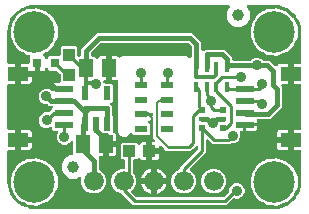
<source format=gbr>
G04 EAGLE Gerber RS-274X export*
G75*
%MOMM*%
%FSLAX34Y34*%
%LPD*%
%INTop Copper*%
%IPPOS*%
%AMOC8*
5,1,8,0,0,1.08239X$1,22.5*%
G01*
%ADD10R,1.240000X1.500000*%
%ADD11R,0.550000X1.200000*%
%ADD12R,1.075000X1.000000*%
%ADD13R,0.450000X0.900000*%
%ADD14R,0.500000X0.500000*%
%ADD15R,0.500000X0.400000*%
%ADD16C,3.516000*%
%ADD17R,1.550000X0.600000*%
%ADD18R,1.800000X1.200000*%
%ADD19C,1.000000*%
%ADD20R,0.800000X0.800000*%
%ADD21R,1.000000X1.075000*%
%ADD22R,1.100000X0.600000*%
%ADD23C,1.676400*%
%ADD24C,0.406400*%
%ADD25C,0.906400*%
%ADD26C,0.304800*%
%ADD27C,0.203200*%
%ADD28C,0.254000*%
%ADD29C,0.889000*%

G36*
X228622Y2543D02*
X228622Y2543D01*
X228700Y2545D01*
X232077Y2810D01*
X232145Y2824D01*
X232214Y2829D01*
X232370Y2869D01*
X238794Y4956D01*
X238901Y5006D01*
X239012Y5050D01*
X239063Y5083D01*
X239082Y5091D01*
X239097Y5104D01*
X239148Y5136D01*
X244612Y9107D01*
X244699Y9188D01*
X244746Y9227D01*
X244752Y9231D01*
X244753Y9232D01*
X244791Y9264D01*
X244829Y9310D01*
X244844Y9324D01*
X244855Y9342D01*
X244893Y9388D01*
X246586Y11717D01*
X246599Y11741D01*
X246616Y11761D01*
X246675Y11880D01*
X246739Y11996D01*
X246746Y12022D01*
X246758Y12046D01*
X246785Y12174D01*
X246799Y12185D01*
X246823Y12196D01*
X246925Y12281D01*
X247031Y12361D01*
X247048Y12382D01*
X247068Y12398D01*
X247171Y12522D01*
X248864Y14852D01*
X248921Y14956D01*
X248985Y15056D01*
X249007Y15113D01*
X249017Y15131D01*
X249022Y15151D01*
X249044Y15206D01*
X251131Y21630D01*
X251144Y21698D01*
X251167Y21764D01*
X251190Y21923D01*
X251455Y25300D01*
X251455Y25304D01*
X251456Y25307D01*
X251455Y25326D01*
X251459Y25400D01*
X251459Y51090D01*
X251444Y51208D01*
X251437Y51327D01*
X251424Y51365D01*
X251419Y51406D01*
X251376Y51516D01*
X251339Y51629D01*
X251317Y51664D01*
X251302Y51701D01*
X251233Y51797D01*
X251169Y51898D01*
X251139Y51926D01*
X251116Y51959D01*
X251024Y52035D01*
X250937Y52116D01*
X250902Y52136D01*
X250871Y52161D01*
X250763Y52212D01*
X250659Y52270D01*
X250619Y52280D01*
X250583Y52297D01*
X250466Y52319D01*
X250351Y52349D01*
X250291Y52353D01*
X250271Y52357D01*
X250250Y52355D01*
X250190Y52359D01*
X244999Y52359D01*
X244999Y59630D01*
X244984Y59748D01*
X244977Y59867D01*
X244964Y59905D01*
X244959Y59945D01*
X244915Y60056D01*
X244879Y60169D01*
X244857Y60204D01*
X244842Y60241D01*
X244772Y60337D01*
X244709Y60438D01*
X244679Y60466D01*
X244655Y60498D01*
X244564Y60574D01*
X244477Y60656D01*
X244442Y60675D01*
X244410Y60701D01*
X244303Y60752D01*
X244199Y60809D01*
X244159Y60820D01*
X244123Y60837D01*
X244006Y60859D01*
X243891Y60889D01*
X243830Y60893D01*
X243810Y60897D01*
X243790Y60895D01*
X243730Y60899D01*
X242459Y60899D01*
X242459Y60901D01*
X243730Y60901D01*
X243848Y60916D01*
X243967Y60923D01*
X244005Y60936D01*
X244045Y60941D01*
X244156Y60985D01*
X244269Y61021D01*
X244304Y61043D01*
X244341Y61058D01*
X244437Y61128D01*
X244538Y61191D01*
X244566Y61221D01*
X244598Y61245D01*
X244674Y61336D01*
X244756Y61423D01*
X244775Y61458D01*
X244801Y61490D01*
X244852Y61597D01*
X244909Y61701D01*
X244920Y61741D01*
X244937Y61777D01*
X244959Y61894D01*
X244989Y62009D01*
X244993Y62070D01*
X244997Y62090D01*
X244995Y62109D01*
X244997Y62115D01*
X244996Y62122D01*
X244999Y62170D01*
X244999Y69441D01*
X250190Y69441D01*
X250308Y69456D01*
X250427Y69463D01*
X250465Y69475D01*
X250506Y69481D01*
X250616Y69524D01*
X250729Y69561D01*
X250764Y69583D01*
X250801Y69598D01*
X250897Y69667D01*
X250998Y69731D01*
X251026Y69761D01*
X251059Y69784D01*
X251135Y69876D01*
X251216Y69963D01*
X251236Y69998D01*
X251261Y70029D01*
X251312Y70137D01*
X251370Y70241D01*
X251380Y70281D01*
X251397Y70317D01*
X251419Y70434D01*
X251449Y70549D01*
X251453Y70609D01*
X251457Y70629D01*
X251455Y70650D01*
X251459Y70710D01*
X251459Y107090D01*
X251444Y107208D01*
X251437Y107327D01*
X251424Y107365D01*
X251419Y107406D01*
X251376Y107516D01*
X251339Y107629D01*
X251317Y107664D01*
X251302Y107701D01*
X251233Y107797D01*
X251169Y107898D01*
X251139Y107926D01*
X251116Y107959D01*
X251024Y108035D01*
X250937Y108116D01*
X250902Y108136D01*
X250871Y108161D01*
X250763Y108212D01*
X250659Y108270D01*
X250619Y108280D01*
X250583Y108297D01*
X250466Y108319D01*
X250351Y108349D01*
X250291Y108353D01*
X250271Y108357D01*
X250250Y108355D01*
X250190Y108359D01*
X244999Y108359D01*
X244999Y115630D01*
X244984Y115748D01*
X244977Y115867D01*
X244964Y115905D01*
X244959Y115945D01*
X244915Y116056D01*
X244879Y116169D01*
X244857Y116204D01*
X244842Y116241D01*
X244772Y116337D01*
X244709Y116438D01*
X244679Y116466D01*
X244655Y116498D01*
X244564Y116574D01*
X244477Y116656D01*
X244442Y116675D01*
X244410Y116701D01*
X244303Y116752D01*
X244199Y116809D01*
X244159Y116820D01*
X244123Y116837D01*
X244006Y116859D01*
X243891Y116889D01*
X243830Y116893D01*
X243810Y116897D01*
X243790Y116895D01*
X243730Y116899D01*
X241190Y116899D01*
X241072Y116884D01*
X240953Y116877D01*
X240915Y116864D01*
X240875Y116859D01*
X240764Y116815D01*
X240651Y116779D01*
X240616Y116757D01*
X240579Y116742D01*
X240483Y116672D01*
X240382Y116609D01*
X240354Y116579D01*
X240321Y116555D01*
X240246Y116464D01*
X240164Y116377D01*
X240144Y116342D01*
X240119Y116310D01*
X240068Y116203D01*
X240010Y116099D01*
X240000Y116059D01*
X239983Y116023D01*
X239961Y115906D01*
X239931Y115791D01*
X239927Y115730D01*
X239923Y115710D01*
X239925Y115690D01*
X239921Y115630D01*
X239921Y108359D01*
X235733Y108359D01*
X235595Y108342D01*
X235457Y108329D01*
X235438Y108322D01*
X235418Y108319D01*
X235288Y108268D01*
X235158Y108221D01*
X235141Y108210D01*
X235122Y108202D01*
X235010Y108121D01*
X234895Y108043D01*
X234881Y108027D01*
X234865Y108016D01*
X234776Y107908D01*
X234684Y107804D01*
X234675Y107786D01*
X234662Y107771D01*
X234603Y107645D01*
X234540Y107521D01*
X234535Y107501D01*
X234526Y107483D01*
X234500Y107346D01*
X234470Y107211D01*
X234470Y107190D01*
X234467Y107171D01*
X234475Y107032D01*
X234480Y106893D01*
X234485Y106873D01*
X234486Y106853D01*
X234529Y106721D01*
X234568Y106587D01*
X234578Y106570D01*
X234584Y106551D01*
X234659Y106433D01*
X234729Y106313D01*
X234748Y106292D01*
X234755Y106282D01*
X234770Y106268D01*
X234836Y106193D01*
X235205Y105824D01*
X235205Y88486D01*
X225284Y78565D01*
X215020Y78565D01*
X214902Y78550D01*
X214783Y78543D01*
X214745Y78530D01*
X214704Y78525D01*
X214594Y78482D01*
X214481Y78445D01*
X214446Y78423D01*
X214409Y78408D01*
X214313Y78339D01*
X214212Y78275D01*
X214184Y78245D01*
X214151Y78222D01*
X214075Y78130D01*
X213994Y78043D01*
X213974Y78008D01*
X213949Y77977D01*
X213898Y77869D01*
X213840Y77765D01*
X213830Y77725D01*
X213813Y77689D01*
X213791Y77572D01*
X213761Y77457D01*
X213757Y77397D01*
X213753Y77377D01*
X213755Y77356D01*
X213751Y77296D01*
X213751Y75399D01*
X203690Y75399D01*
X203572Y75384D01*
X203453Y75377D01*
X203415Y75364D01*
X203375Y75359D01*
X203264Y75316D01*
X203151Y75279D01*
X203117Y75257D01*
X203079Y75242D01*
X202983Y75173D01*
X202882Y75109D01*
X202854Y75079D01*
X202822Y75056D01*
X202746Y74964D01*
X202664Y74877D01*
X202645Y74842D01*
X202619Y74811D01*
X202599Y74768D01*
X202522Y74712D01*
X202422Y74649D01*
X202394Y74619D01*
X202361Y74595D01*
X202285Y74504D01*
X202204Y74417D01*
X202184Y74382D01*
X202159Y74350D01*
X202108Y74243D01*
X202050Y74138D01*
X202040Y74099D01*
X202023Y74063D01*
X202001Y73946D01*
X201971Y73830D01*
X201967Y73770D01*
X201963Y73750D01*
X201965Y73730D01*
X201961Y73670D01*
X201961Y68359D01*
X200692Y68359D01*
X200643Y68353D01*
X200593Y68355D01*
X200486Y68333D01*
X200377Y68319D01*
X200331Y68301D01*
X200282Y68291D01*
X200183Y68243D01*
X200081Y68202D01*
X200041Y68173D01*
X199996Y68151D01*
X199913Y68080D01*
X199824Y68016D01*
X199792Y67977D01*
X199754Y67945D01*
X199691Y67855D01*
X199621Y67771D01*
X199600Y67726D01*
X199571Y67685D01*
X199532Y67582D01*
X199485Y67483D01*
X199476Y67434D01*
X199458Y67388D01*
X199446Y67278D01*
X199426Y67171D01*
X199429Y67121D01*
X199423Y67072D01*
X199439Y66963D01*
X199445Y66853D01*
X199461Y66806D01*
X199468Y66757D01*
X199520Y66604D01*
X199833Y65847D01*
X199833Y63236D01*
X198834Y60823D01*
X196987Y58976D01*
X194574Y57977D01*
X191900Y57977D01*
X191802Y57964D01*
X191703Y57961D01*
X191645Y57945D01*
X191585Y57937D01*
X191493Y57900D01*
X191398Y57873D01*
X191345Y57842D01*
X191289Y57820D01*
X191209Y57762D01*
X191124Y57711D01*
X191062Y57657D01*
X176432Y57657D01*
X172999Y61090D01*
X172890Y61175D01*
X172783Y61264D01*
X172764Y61272D01*
X172748Y61285D01*
X172620Y61340D01*
X172495Y61399D01*
X172475Y61403D01*
X172456Y61411D01*
X172318Y61433D01*
X172182Y61459D01*
X172162Y61458D01*
X172142Y61461D01*
X172003Y61448D01*
X171865Y61439D01*
X171846Y61433D01*
X171826Y61431D01*
X171694Y61384D01*
X171563Y61341D01*
X171545Y61330D01*
X171526Y61323D01*
X171411Y61245D01*
X171294Y61171D01*
X171280Y61156D01*
X171263Y61145D01*
X171171Y61041D01*
X171076Y60939D01*
X171066Y60922D01*
X171053Y60906D01*
X170989Y60782D01*
X170922Y60661D01*
X170917Y60641D01*
X170908Y60623D01*
X170878Y60487D01*
X170843Y60353D01*
X170841Y60325D01*
X170838Y60313D01*
X170839Y60292D01*
X170833Y60192D01*
X170833Y50592D01*
X157198Y36957D01*
X157167Y36918D01*
X157131Y36884D01*
X157070Y36793D01*
X157003Y36706D01*
X156983Y36660D01*
X156956Y36619D01*
X156920Y36515D01*
X156877Y36414D01*
X156869Y36365D01*
X156853Y36318D01*
X156844Y36209D01*
X156827Y36100D01*
X156831Y36050D01*
X156827Y36001D01*
X156846Y35893D01*
X156856Y35783D01*
X156873Y35736D01*
X156882Y35687D01*
X156927Y35587D01*
X156964Y35484D01*
X156992Y35443D01*
X157012Y35397D01*
X157081Y35312D01*
X157143Y35221D01*
X157180Y35188D01*
X157211Y35149D01*
X157299Y35083D01*
X157381Y35010D01*
X157425Y34988D01*
X157465Y34958D01*
X157610Y34887D01*
X157664Y34864D01*
X160594Y31934D01*
X162180Y28107D01*
X162180Y23963D01*
X160594Y20136D01*
X157664Y17206D01*
X153837Y15620D01*
X149693Y15620D01*
X145866Y17206D01*
X142936Y20136D01*
X141350Y23963D01*
X141350Y28107D01*
X142936Y31934D01*
X145866Y34864D01*
X147679Y35615D01*
X147704Y35630D01*
X147732Y35639D01*
X147842Y35708D01*
X147955Y35773D01*
X147976Y35793D01*
X148001Y35809D01*
X148090Y35904D01*
X148183Y35994D01*
X148199Y36019D01*
X148219Y36041D01*
X148282Y36155D01*
X148350Y36265D01*
X148358Y36293D01*
X148373Y36319D01*
X148396Y36408D01*
X148400Y36418D01*
X148405Y36446D01*
X148443Y36569D01*
X148445Y36599D01*
X148452Y36627D01*
X148458Y36721D01*
X148460Y36730D01*
X148459Y36739D01*
X148462Y36788D01*
X148462Y37563D01*
X163856Y52956D01*
X163916Y53035D01*
X163984Y53107D01*
X164013Y53160D01*
X164050Y53208D01*
X164090Y53299D01*
X164138Y53385D01*
X164153Y53444D01*
X164177Y53499D01*
X164192Y53597D01*
X164217Y53693D01*
X164223Y53793D01*
X164227Y53814D01*
X164225Y53826D01*
X164227Y53854D01*
X164227Y54892D01*
X164210Y55030D01*
X164197Y55169D01*
X164190Y55188D01*
X164187Y55208D01*
X164136Y55337D01*
X164089Y55468D01*
X164078Y55485D01*
X164070Y55503D01*
X163989Y55616D01*
X163911Y55731D01*
X163895Y55744D01*
X163884Y55761D01*
X163776Y55850D01*
X163672Y55942D01*
X163654Y55951D01*
X163639Y55964D01*
X163513Y56023D01*
X163389Y56086D01*
X163369Y56091D01*
X163351Y56099D01*
X163214Y56125D01*
X163079Y56156D01*
X163058Y56155D01*
X163039Y56159D01*
X162900Y56150D01*
X162761Y56146D01*
X162741Y56140D01*
X162721Y56139D01*
X162589Y56096D01*
X162455Y56058D01*
X162438Y56047D01*
X162419Y56041D01*
X162301Y55967D01*
X162181Y55896D01*
X162160Y55878D01*
X162150Y55871D01*
X162136Y55856D01*
X162061Y55790D01*
X161016Y54745D01*
X159885Y53614D01*
X157578Y51307D01*
X137062Y51307D01*
X135112Y53257D01*
X135112Y53273D01*
X135095Y53331D01*
X135087Y53391D01*
X135051Y53483D01*
X135023Y53578D01*
X134993Y53630D01*
X134970Y53687D01*
X134912Y53767D01*
X134862Y53852D01*
X134796Y53927D01*
X134784Y53944D01*
X134774Y53952D01*
X134756Y53973D01*
X132882Y55846D01*
X132773Y55931D01*
X132666Y56020D01*
X132647Y56028D01*
X132631Y56041D01*
X132503Y56096D01*
X132378Y56155D01*
X132358Y56159D01*
X132339Y56167D01*
X132201Y56189D01*
X132065Y56215D01*
X132045Y56214D01*
X132025Y56217D01*
X131886Y56204D01*
X131748Y56195D01*
X131729Y56189D01*
X131709Y56187D01*
X131577Y56140D01*
X131446Y56097D01*
X131428Y56087D01*
X131409Y56080D01*
X131294Y56002D01*
X131177Y55927D01*
X131163Y55912D01*
X131146Y55901D01*
X131054Y55797D01*
X130959Y55696D01*
X130949Y55678D01*
X130936Y55663D01*
X130872Y55539D01*
X130805Y55417D01*
X130800Y55398D01*
X130791Y55379D01*
X130761Y55244D01*
X130726Y55109D01*
X130724Y55081D01*
X130721Y55069D01*
X130722Y55049D01*
X130716Y54948D01*
X130716Y53934D01*
X125299Y53934D01*
X125299Y58976D01*
X126688Y58976D01*
X126826Y58993D01*
X126965Y59006D01*
X126984Y59013D01*
X127004Y59016D01*
X127133Y59067D01*
X127264Y59114D01*
X127281Y59125D01*
X127300Y59133D01*
X127412Y59214D01*
X127527Y59292D01*
X127541Y59308D01*
X127557Y59319D01*
X127646Y59427D01*
X127738Y59531D01*
X127747Y59549D01*
X127760Y59564D01*
X127819Y59690D01*
X127882Y59814D01*
X127887Y59834D01*
X127895Y59852D01*
X127921Y59989D01*
X127952Y60124D01*
X127951Y60145D01*
X127955Y60164D01*
X127947Y60303D01*
X127942Y60442D01*
X127937Y60462D01*
X127935Y60482D01*
X127893Y60614D01*
X127854Y60748D01*
X127844Y60765D01*
X127837Y60784D01*
X127763Y60902D01*
X127692Y61022D01*
X127674Y61043D01*
X127667Y61053D01*
X127652Y61067D01*
X127586Y61142D01*
X126149Y62579D01*
X126149Y77884D01*
X126131Y78029D01*
X126116Y78174D01*
X126111Y78187D01*
X126109Y78200D01*
X126056Y78336D01*
X126005Y78472D01*
X125997Y78483D01*
X125992Y78496D01*
X125907Y78613D01*
X125824Y78733D01*
X125813Y78742D01*
X125806Y78753D01*
X125693Y78846D01*
X125583Y78941D01*
X125571Y78947D01*
X125561Y78956D01*
X125428Y79018D01*
X125298Y79083D01*
X125285Y79086D01*
X125273Y79091D01*
X125130Y79119D01*
X124987Y79149D01*
X124974Y79149D01*
X124961Y79151D01*
X124815Y79142D01*
X124669Y79136D01*
X124657Y79132D01*
X124643Y79131D01*
X124504Y79086D01*
X124365Y79044D01*
X124353Y79038D01*
X124341Y79033D01*
X124217Y78955D01*
X124093Y78880D01*
X124083Y78870D01*
X124072Y78863D01*
X123972Y78757D01*
X123870Y78653D01*
X123860Y78638D01*
X123854Y78632D01*
X123846Y78617D01*
X123781Y78519D01*
X123533Y78090D01*
X123060Y77617D01*
X122494Y77290D01*
X122394Y77214D01*
X122290Y77144D01*
X122268Y77118D01*
X122241Y77098D01*
X122163Y77000D01*
X122079Y76905D01*
X122064Y76875D01*
X122043Y76849D01*
X121992Y76734D01*
X121935Y76622D01*
X121927Y76589D01*
X121914Y76558D01*
X121893Y76434D01*
X121865Y76312D01*
X121866Y76278D01*
X121861Y76245D01*
X121871Y76119D01*
X121875Y75994D01*
X121884Y75961D01*
X121887Y75928D01*
X121928Y75809D01*
X121963Y75688D01*
X121980Y75659D01*
X121991Y75627D01*
X122061Y75523D01*
X122125Y75414D01*
X122157Y75378D01*
X122167Y75362D01*
X122183Y75348D01*
X122231Y75293D01*
X123533Y73992D01*
X123533Y66308D01*
X122342Y65117D01*
X109658Y65117D01*
X108178Y66598D01*
X108138Y66628D01*
X108105Y66665D01*
X108013Y66725D01*
X107926Y66792D01*
X107881Y66812D01*
X107839Y66840D01*
X107736Y66875D01*
X107635Y66919D01*
X107586Y66927D01*
X107539Y66943D01*
X107429Y66951D01*
X107321Y66969D01*
X107271Y66964D01*
X107222Y66968D01*
X107113Y66949D01*
X107004Y66939D01*
X106957Y66922D01*
X106908Y66914D01*
X106808Y66868D01*
X106705Y66831D01*
X106663Y66803D01*
X106618Y66783D01*
X106532Y66714D01*
X106442Y66653D01*
X106409Y66615D01*
X106370Y66584D01*
X106304Y66497D01*
X106231Y66414D01*
X106208Y66370D01*
X106179Y66330D01*
X106108Y66186D01*
X105907Y65702D01*
X104478Y64273D01*
X102611Y63499D01*
X100589Y63499D01*
X98722Y64273D01*
X97293Y65702D01*
X96519Y67569D01*
X96519Y110693D01*
X96503Y110818D01*
X96494Y110943D01*
X96484Y110975D01*
X96479Y111008D01*
X96433Y111125D01*
X96393Y111244D01*
X96375Y111273D01*
X96362Y111304D01*
X96288Y111406D01*
X96220Y111511D01*
X96195Y111534D01*
X96176Y111561D01*
X96079Y111642D01*
X95986Y111727D01*
X95957Y111743D01*
X95931Y111764D01*
X95817Y111818D01*
X95706Y111877D01*
X95673Y111885D01*
X95643Y111900D01*
X95520Y111923D01*
X95397Y111953D01*
X95364Y111953D01*
X95331Y111959D01*
X95205Y111952D01*
X95079Y111950D01*
X95031Y111941D01*
X95013Y111940D01*
X94993Y111933D01*
X94921Y111919D01*
X94775Y111879D01*
X90779Y111879D01*
X90779Y120650D01*
X90764Y120768D01*
X90757Y120887D01*
X90744Y120925D01*
X90739Y120965D01*
X90695Y121076D01*
X90659Y121189D01*
X90637Y121224D01*
X90622Y121261D01*
X90552Y121357D01*
X90489Y121458D01*
X90459Y121486D01*
X90435Y121518D01*
X90344Y121594D01*
X90257Y121676D01*
X90222Y121695D01*
X90190Y121721D01*
X90083Y121772D01*
X89979Y121829D01*
X89939Y121840D01*
X89903Y121857D01*
X89786Y121879D01*
X89671Y121909D01*
X89610Y121913D01*
X89590Y121917D01*
X89570Y121915D01*
X89510Y121919D01*
X86970Y121919D01*
X86852Y121904D01*
X86733Y121897D01*
X86695Y121884D01*
X86655Y121879D01*
X86544Y121835D01*
X86431Y121799D01*
X86396Y121777D01*
X86359Y121762D01*
X86263Y121692D01*
X86162Y121629D01*
X86134Y121599D01*
X86101Y121575D01*
X86026Y121484D01*
X85944Y121397D01*
X85924Y121362D01*
X85899Y121330D01*
X85848Y121223D01*
X85790Y121119D01*
X85780Y121079D01*
X85763Y121043D01*
X85741Y120926D01*
X85711Y120811D01*
X85707Y120750D01*
X85703Y120730D01*
X85705Y120710D01*
X85701Y120650D01*
X85701Y111879D01*
X85034Y111879D01*
X84984Y111873D01*
X84935Y111875D01*
X84827Y111853D01*
X84718Y111839D01*
X84672Y111821D01*
X84623Y111811D01*
X84525Y111763D01*
X84422Y111722D01*
X84382Y111693D01*
X84338Y111671D01*
X84254Y111600D01*
X84165Y111536D01*
X84133Y111497D01*
X84096Y111465D01*
X84032Y111375D01*
X83962Y111291D01*
X83941Y111246D01*
X83912Y111205D01*
X83874Y111102D01*
X83827Y111003D01*
X83817Y110954D01*
X83800Y110908D01*
X83788Y110798D01*
X83767Y110691D01*
X83770Y110641D01*
X83765Y110592D01*
X83780Y110483D01*
X83787Y110373D01*
X83802Y110326D01*
X83809Y110277D01*
X83861Y110124D01*
X84141Y109447D01*
X84156Y109422D01*
X84165Y109394D01*
X84235Y109284D01*
X84299Y109171D01*
X84320Y109150D01*
X84335Y109125D01*
X84430Y109036D01*
X84520Y108943D01*
X84545Y108927D01*
X84567Y108907D01*
X84681Y108844D01*
X84791Y108776D01*
X84820Y108768D01*
X84845Y108753D01*
X84971Y108721D01*
X85095Y108683D01*
X85125Y108681D01*
X85153Y108674D01*
X85314Y108664D01*
X90562Y108664D01*
X91753Y107473D01*
X91753Y93789D01*
X90528Y92564D01*
X90519Y92561D01*
X90499Y92558D01*
X90370Y92507D01*
X90239Y92460D01*
X90222Y92449D01*
X90203Y92441D01*
X90091Y92360D01*
X89976Y92282D01*
X89962Y92266D01*
X89946Y92255D01*
X89857Y92147D01*
X89765Y92043D01*
X89756Y92025D01*
X89743Y92010D01*
X89684Y91884D01*
X89621Y91760D01*
X89616Y91740D01*
X89607Y91722D01*
X89581Y91585D01*
X89551Y91450D01*
X89551Y91429D01*
X89548Y91410D01*
X89556Y91271D01*
X89561Y91132D01*
X89566Y91112D01*
X89567Y91092D01*
X89610Y90960D01*
X89649Y90826D01*
X89659Y90809D01*
X89665Y90790D01*
X89740Y90672D01*
X89810Y90552D01*
X89829Y90531D01*
X89836Y90521D01*
X89851Y90507D01*
X89917Y90432D01*
X91035Y89314D01*
X91035Y82715D01*
X91047Y82617D01*
X91050Y82518D01*
X91067Y82459D01*
X91075Y82399D01*
X91111Y82307D01*
X91139Y82212D01*
X91169Y82160D01*
X91192Y82104D01*
X91250Y82023D01*
X91300Y81938D01*
X91366Y81863D01*
X91378Y81846D01*
X91388Y81838D01*
X91406Y81817D01*
X91753Y81471D01*
X91753Y68294D01*
X91767Y68182D01*
X91773Y68070D01*
X91787Y68025D01*
X91793Y67978D01*
X91834Y67874D01*
X91867Y67766D01*
X91892Y67726D01*
X91910Y67683D01*
X91976Y67592D01*
X92035Y67496D01*
X92069Y67463D01*
X92096Y67425D01*
X92183Y67354D01*
X92264Y67276D01*
X92305Y67252D01*
X92341Y67222D01*
X92443Y67175D01*
X92541Y67119D01*
X92610Y67096D01*
X92629Y67087D01*
X92647Y67083D01*
X92694Y67068D01*
X92881Y67018D01*
X93460Y66683D01*
X93933Y66210D01*
X94268Y65631D01*
X94441Y64984D01*
X94441Y59689D01*
X88239Y59689D01*
X88239Y65327D01*
X88224Y65445D01*
X88217Y65564D01*
X88204Y65602D01*
X88199Y65643D01*
X88155Y65753D01*
X88119Y65866D01*
X88097Y65901D01*
X88082Y65938D01*
X88012Y66034D01*
X87949Y66135D01*
X87919Y66163D01*
X87895Y66196D01*
X87804Y66272D01*
X87717Y66353D01*
X87682Y66373D01*
X87650Y66398D01*
X87543Y66449D01*
X87439Y66507D01*
X87399Y66517D01*
X87363Y66534D01*
X87246Y66556D01*
X87131Y66586D01*
X87070Y66590D01*
X87050Y66594D01*
X87030Y66592D01*
X86970Y66596D01*
X84430Y66596D01*
X84312Y66581D01*
X84193Y66574D01*
X84155Y66561D01*
X84115Y66556D01*
X84004Y66513D01*
X83891Y66476D01*
X83856Y66454D01*
X83819Y66439D01*
X83723Y66370D01*
X83622Y66306D01*
X83594Y66276D01*
X83561Y66253D01*
X83486Y66161D01*
X83404Y66074D01*
X83384Y66039D01*
X83359Y66008D01*
X83308Y65900D01*
X83250Y65796D01*
X83240Y65756D01*
X83223Y65720D01*
X83201Y65603D01*
X83171Y65488D01*
X83167Y65428D01*
X83163Y65408D01*
X83165Y65387D01*
X83161Y65327D01*
X83161Y58420D01*
X83176Y58302D01*
X83183Y58183D01*
X83196Y58145D01*
X83201Y58105D01*
X83244Y57994D01*
X83281Y57881D01*
X83303Y57846D01*
X83318Y57809D01*
X83388Y57713D01*
X83451Y57612D01*
X83481Y57584D01*
X83505Y57552D01*
X83596Y57476D01*
X83683Y57394D01*
X83718Y57375D01*
X83749Y57349D01*
X83857Y57298D01*
X83961Y57241D01*
X84001Y57230D01*
X84037Y57213D01*
X84154Y57191D01*
X84269Y57161D01*
X84330Y57157D01*
X84350Y57153D01*
X84370Y57155D01*
X84430Y57151D01*
X85701Y57151D01*
X85701Y57149D01*
X84430Y57149D01*
X84312Y57134D01*
X84193Y57127D01*
X84155Y57114D01*
X84115Y57109D01*
X84004Y57065D01*
X83891Y57029D01*
X83856Y57007D01*
X83819Y56992D01*
X83723Y56922D01*
X83622Y56859D01*
X83594Y56829D01*
X83561Y56805D01*
X83486Y56714D01*
X83404Y56627D01*
X83384Y56592D01*
X83359Y56560D01*
X83308Y56453D01*
X83250Y56349D01*
X83240Y56309D01*
X83223Y56273D01*
X83201Y56156D01*
X83171Y56041D01*
X83167Y55980D01*
X83163Y55960D01*
X83165Y55940D01*
X83164Y55934D01*
X83163Y55930D01*
X83164Y55925D01*
X83161Y55880D01*
X83161Y47109D01*
X81083Y47109D01*
X80946Y47092D01*
X80807Y47079D01*
X80788Y47072D01*
X80768Y47069D01*
X80639Y47018D01*
X80508Y46971D01*
X80491Y46960D01*
X80472Y46952D01*
X80360Y46871D01*
X80245Y46793D01*
X80231Y46777D01*
X80215Y46766D01*
X80126Y46659D01*
X80034Y46554D01*
X80025Y46536D01*
X80012Y46521D01*
X79953Y46395D01*
X79889Y46271D01*
X79885Y46251D01*
X79876Y46233D01*
X79850Y46097D01*
X79820Y45961D01*
X79820Y45940D01*
X79817Y45921D01*
X79825Y45781D01*
X79830Y45643D01*
X79835Y45623D01*
X79836Y45603D01*
X79879Y45471D01*
X79918Y45337D01*
X79928Y45320D01*
X79934Y45301D01*
X80009Y45183D01*
X80079Y45063D01*
X80098Y45042D01*
X80105Y45032D01*
X80120Y45018D01*
X80186Y44942D01*
X80265Y44864D01*
X80265Y36209D01*
X80268Y36180D01*
X80266Y36150D01*
X80288Y36023D01*
X80305Y35894D01*
X80315Y35866D01*
X80320Y35837D01*
X80374Y35718D01*
X80422Y35598D01*
X80439Y35574D01*
X80451Y35547D01*
X80532Y35446D01*
X80608Y35341D01*
X80631Y35322D01*
X80650Y35299D01*
X80753Y35221D01*
X80853Y35138D01*
X80880Y35125D01*
X80904Y35107D01*
X81048Y35037D01*
X81464Y34864D01*
X84394Y31934D01*
X85980Y28107D01*
X85980Y23963D01*
X84394Y20136D01*
X81464Y17206D01*
X77637Y15620D01*
X73493Y15620D01*
X69666Y17206D01*
X66736Y20136D01*
X65150Y23963D01*
X65150Y28340D01*
X65134Y28471D01*
X65123Y28603D01*
X65114Y28629D01*
X65110Y28655D01*
X65062Y28779D01*
X65018Y28904D01*
X65003Y28926D01*
X64993Y28951D01*
X64916Y29058D01*
X64842Y29169D01*
X64822Y29187D01*
X64807Y29209D01*
X64704Y29293D01*
X64606Y29382D01*
X64582Y29394D01*
X64562Y29411D01*
X64442Y29468D01*
X64325Y29529D01*
X64298Y29535D01*
X64274Y29547D01*
X64144Y29572D01*
X64015Y29602D01*
X63988Y29602D01*
X63962Y29607D01*
X63830Y29598D01*
X63697Y29596D01*
X63671Y29589D01*
X63644Y29587D01*
X63518Y29546D01*
X63391Y29511D01*
X63356Y29494D01*
X63342Y29489D01*
X63323Y29477D01*
X63246Y29439D01*
X61076Y28186D01*
X55764Y28186D01*
X51163Y30843D01*
X48506Y35444D01*
X48506Y40756D01*
X51163Y45357D01*
X55764Y48014D01*
X57198Y48014D01*
X57316Y48029D01*
X57435Y48036D01*
X57473Y48049D01*
X57514Y48054D01*
X57624Y48097D01*
X57737Y48134D01*
X57772Y48156D01*
X57809Y48171D01*
X57905Y48240D01*
X58006Y48304D01*
X58034Y48334D01*
X58067Y48357D01*
X58143Y48449D01*
X58224Y48536D01*
X58244Y48571D01*
X58269Y48602D01*
X58320Y48710D01*
X58378Y48814D01*
X58388Y48854D01*
X58405Y48890D01*
X58427Y49007D01*
X58457Y49122D01*
X58461Y49182D01*
X58465Y49202D01*
X58463Y49223D01*
X58467Y49283D01*
X58467Y58819D01*
X58450Y58957D01*
X58437Y59095D01*
X58430Y59115D01*
X58427Y59135D01*
X58376Y59264D01*
X58329Y59395D01*
X58318Y59412D01*
X58310Y59430D01*
X58229Y59543D01*
X58151Y59658D01*
X58135Y59671D01*
X58124Y59688D01*
X58016Y59776D01*
X57912Y59868D01*
X57894Y59878D01*
X57879Y59890D01*
X57753Y59950D01*
X57629Y60013D01*
X57609Y60017D01*
X57591Y60026D01*
X57454Y60052D01*
X57319Y60083D01*
X57298Y60082D01*
X57279Y60086D01*
X57140Y60077D01*
X57001Y60073D01*
X56981Y60067D01*
X56961Y60066D01*
X56829Y60023D01*
X56695Y59985D01*
X56678Y59974D01*
X56659Y59968D01*
X56541Y59893D01*
X56421Y59823D01*
X56400Y59804D01*
X56390Y59798D01*
X56376Y59783D01*
X56301Y59717D01*
X54519Y57935D01*
X52106Y56935D01*
X49494Y56935D01*
X47081Y57935D01*
X45235Y59781D01*
X44235Y62194D01*
X44235Y64806D01*
X45191Y67112D01*
X45204Y67160D01*
X45225Y67205D01*
X45246Y67313D01*
X45275Y67419D01*
X45275Y67469D01*
X45285Y67518D01*
X45278Y67627D01*
X45280Y67737D01*
X45268Y67785D01*
X45265Y67835D01*
X45231Y67939D01*
X45206Y68046D01*
X45182Y68090D01*
X45167Y68137D01*
X45108Y68230D01*
X45057Y68327D01*
X45023Y68364D01*
X44997Y68406D01*
X44917Y68481D01*
X44843Y68563D01*
X44801Y68590D01*
X44765Y68624D01*
X44669Y68677D01*
X44577Y68737D01*
X44530Y68754D01*
X44487Y68778D01*
X44380Y68805D01*
X44276Y68841D01*
X44227Y68845D01*
X44179Y68857D01*
X44018Y68867D01*
X41948Y68867D01*
X40757Y70058D01*
X40757Y70750D01*
X40751Y70799D01*
X40753Y70849D01*
X40731Y70956D01*
X40717Y71066D01*
X40699Y71112D01*
X40689Y71160D01*
X40641Y71259D01*
X40600Y71361D01*
X40571Y71401D01*
X40549Y71446D01*
X40478Y71530D01*
X40414Y71619D01*
X40375Y71650D01*
X40343Y71688D01*
X40253Y71751D01*
X40169Y71821D01*
X40124Y71843D01*
X40083Y71871D01*
X39980Y71910D01*
X39881Y71957D01*
X39832Y71966D01*
X39786Y71984D01*
X39676Y71996D01*
X39569Y72017D01*
X39519Y72014D01*
X39470Y72019D01*
X39361Y72004D01*
X39251Y71997D01*
X39204Y71982D01*
X39155Y71975D01*
X39002Y71923D01*
X37092Y71131D01*
X34480Y71131D01*
X32067Y72131D01*
X30221Y73977D01*
X29221Y76390D01*
X29221Y79002D01*
X30221Y81415D01*
X32067Y83261D01*
X34480Y84261D01*
X37154Y84261D01*
X37252Y84273D01*
X37351Y84276D01*
X37410Y84293D01*
X37470Y84301D01*
X37562Y84337D01*
X37657Y84365D01*
X37709Y84395D01*
X37765Y84418D01*
X37846Y84476D01*
X37931Y84526D01*
X38006Y84593D01*
X38023Y84605D01*
X38031Y84614D01*
X38052Y84633D01*
X40386Y86966D01*
X40446Y87045D01*
X40514Y87117D01*
X40543Y87170D01*
X40580Y87218D01*
X40620Y87309D01*
X40668Y87395D01*
X40683Y87454D01*
X40707Y87509D01*
X40722Y87607D01*
X40747Y87703D01*
X40750Y87754D01*
X40769Y87778D01*
X40858Y87885D01*
X40866Y87904D01*
X40879Y87920D01*
X40934Y88048D01*
X40993Y88173D01*
X40997Y88193D01*
X41005Y88212D01*
X41027Y88349D01*
X41053Y88486D01*
X41052Y88506D01*
X41055Y88526D01*
X41042Y88664D01*
X41033Y88803D01*
X41027Y88822D01*
X41025Y88842D01*
X40978Y88973D01*
X40935Y89105D01*
X40924Y89123D01*
X40918Y89142D01*
X40839Y89257D01*
X40765Y89374D01*
X40750Y89388D01*
X40739Y89405D01*
X40635Y89497D01*
X40533Y89592D01*
X40516Y89602D01*
X40501Y89615D01*
X40377Y89678D01*
X40255Y89746D01*
X40235Y89751D01*
X40217Y89760D01*
X40082Y89790D01*
X39947Y89825D01*
X39919Y89827D01*
X39907Y89830D01*
X39887Y89829D01*
X39786Y89835D01*
X37766Y89835D01*
X36748Y90854D01*
X36670Y90914D01*
X36598Y90982D01*
X36545Y91011D01*
X36497Y91048D01*
X36406Y91088D01*
X36319Y91136D01*
X36261Y91151D01*
X36205Y91175D01*
X36107Y91190D01*
X36011Y91215D01*
X35911Y91221D01*
X35891Y91225D01*
X35879Y91223D01*
X35851Y91225D01*
X34254Y91225D01*
X31841Y92225D01*
X29995Y94071D01*
X28995Y96484D01*
X28995Y99096D01*
X29995Y101509D01*
X31841Y103355D01*
X34254Y104355D01*
X36866Y104355D01*
X38494Y103680D01*
X38542Y103667D01*
X38587Y103646D01*
X38695Y103625D01*
X38801Y103596D01*
X38851Y103595D01*
X38900Y103586D01*
X39009Y103593D01*
X39119Y103591D01*
X39148Y103598D01*
X39150Y103591D01*
X39224Y103473D01*
X39295Y103353D01*
X39314Y103332D01*
X39320Y103322D01*
X39335Y103308D01*
X39401Y103232D01*
X39862Y102772D01*
X39940Y102712D01*
X40012Y102644D01*
X40065Y102615D01*
X40113Y102578D01*
X40204Y102538D01*
X40290Y102490D01*
X40349Y102475D01*
X40405Y102451D01*
X40502Y102436D01*
X40598Y102411D01*
X40698Y102405D01*
X40719Y102401D01*
X40731Y102402D01*
X40759Y102401D01*
X50310Y102401D01*
X50428Y102416D01*
X50547Y102423D01*
X50585Y102435D01*
X50625Y102441D01*
X50736Y102484D01*
X50849Y102521D01*
X50883Y102543D01*
X50921Y102558D01*
X51017Y102627D01*
X51118Y102691D01*
X51146Y102721D01*
X51178Y102744D01*
X51254Y102836D01*
X51336Y102923D01*
X51355Y102958D01*
X51381Y102989D01*
X51432Y103097D01*
X51489Y103201D01*
X51499Y103241D01*
X51517Y103277D01*
X51539Y103394D01*
X51569Y103509D01*
X51573Y103569D01*
X51576Y103589D01*
X51575Y103610D01*
X51579Y103670D01*
X51579Y104130D01*
X51564Y104248D01*
X51557Y104367D01*
X51544Y104405D01*
X51539Y104446D01*
X51495Y104556D01*
X51459Y104669D01*
X51437Y104704D01*
X51422Y104741D01*
X51352Y104837D01*
X51289Y104938D01*
X51259Y104966D01*
X51235Y104999D01*
X51144Y105075D01*
X51057Y105156D01*
X51022Y105176D01*
X50990Y105201D01*
X50883Y105252D01*
X50778Y105310D01*
X50739Y105320D01*
X50703Y105337D01*
X50586Y105359D01*
X50470Y105389D01*
X50410Y105393D01*
X50390Y105397D01*
X50370Y105395D01*
X50310Y105399D01*
X40299Y105399D01*
X40249Y105393D01*
X40249Y107234D01*
X40422Y107881D01*
X40757Y108460D01*
X41230Y108933D01*
X41809Y109268D01*
X42456Y109441D01*
X46308Y109441D01*
X46426Y109456D01*
X46545Y109463D01*
X46583Y109476D01*
X46624Y109481D01*
X46734Y109524D01*
X46847Y109561D01*
X46882Y109583D01*
X46919Y109598D01*
X47015Y109667D01*
X47116Y109731D01*
X47144Y109761D01*
X47177Y109784D01*
X47253Y109876D01*
X47334Y109963D01*
X47354Y109998D01*
X47379Y110029D01*
X47430Y110137D01*
X47488Y110241D01*
X47498Y110281D01*
X47515Y110317D01*
X47537Y110434D01*
X47567Y110549D01*
X47571Y110609D01*
X47575Y110629D01*
X47573Y110650D01*
X47577Y110710D01*
X47577Y116016D01*
X47565Y116114D01*
X47562Y116213D01*
X47545Y116272D01*
X47537Y116332D01*
X47501Y116424D01*
X47473Y116519D01*
X47443Y116571D01*
X47420Y116627D01*
X47362Y116707D01*
X47312Y116793D01*
X47246Y116868D01*
X47234Y116885D01*
X47224Y116893D01*
X47206Y116914D01*
X44794Y119326D01*
X44715Y119386D01*
X44643Y119454D01*
X44590Y119483D01*
X44542Y119520D01*
X44451Y119560D01*
X44365Y119608D01*
X44306Y119623D01*
X44251Y119647D01*
X44153Y119662D01*
X44057Y119687D01*
X43957Y119693D01*
X43936Y119697D01*
X43924Y119695D01*
X43896Y119697D01*
X38218Y119697D01*
X37016Y120899D01*
X37008Y120961D01*
X36991Y121113D01*
X36988Y121119D01*
X36987Y121126D01*
X36932Y121267D01*
X36877Y121410D01*
X36873Y121416D01*
X36870Y121422D01*
X36781Y121545D01*
X36693Y121669D01*
X36688Y121674D01*
X36684Y121679D01*
X36566Y121777D01*
X36450Y121875D01*
X36444Y121878D01*
X36439Y121882D01*
X36301Y121947D01*
X36164Y122013D01*
X36157Y122015D01*
X36151Y122017D01*
X36002Y122046D01*
X35852Y122076D01*
X35845Y122076D01*
X35839Y122077D01*
X35687Y122068D01*
X35534Y122060D01*
X35528Y122058D01*
X35521Y122058D01*
X35377Y122011D01*
X35231Y121965D01*
X35225Y121962D01*
X35219Y121959D01*
X35090Y121878D01*
X34960Y121798D01*
X34956Y121793D01*
X34950Y121789D01*
X34845Y121677D01*
X34740Y121569D01*
X34737Y121563D01*
X34732Y121558D01*
X34659Y121425D01*
X34583Y121292D01*
X34581Y121283D01*
X34578Y121279D01*
X34576Y121269D01*
X34532Y121139D01*
X34428Y120749D01*
X34093Y120170D01*
X33620Y119697D01*
X33041Y119362D01*
X32394Y119189D01*
X30059Y119189D01*
X30059Y125000D01*
X30044Y125118D01*
X30037Y125237D01*
X30024Y125275D01*
X30019Y125315D01*
X29976Y125426D01*
X29939Y125539D01*
X29917Y125573D01*
X29902Y125611D01*
X29833Y125707D01*
X29769Y125808D01*
X29739Y125836D01*
X29716Y125868D01*
X29624Y125944D01*
X29537Y126026D01*
X29502Y126045D01*
X29471Y126071D01*
X29363Y126122D01*
X29259Y126179D01*
X29219Y126189D01*
X29183Y126207D01*
X29066Y126229D01*
X28951Y126259D01*
X28891Y126263D01*
X28871Y126266D01*
X28850Y126265D01*
X28790Y126269D01*
X27330Y126269D01*
X27212Y126254D01*
X27093Y126247D01*
X27055Y126234D01*
X27014Y126229D01*
X26904Y126185D01*
X26791Y126149D01*
X26756Y126127D01*
X26719Y126112D01*
X26622Y126042D01*
X26522Y125979D01*
X26494Y125949D01*
X26461Y125925D01*
X26385Y125834D01*
X26304Y125747D01*
X26284Y125712D01*
X26259Y125680D01*
X26208Y125573D01*
X26150Y125468D01*
X26140Y125429D01*
X26123Y125393D01*
X26101Y125276D01*
X26071Y125160D01*
X26067Y125100D01*
X26063Y125080D01*
X26065Y125060D01*
X26061Y125000D01*
X26061Y119189D01*
X23726Y119189D01*
X22954Y119396D01*
X22869Y119408D01*
X22786Y119429D01*
X22650Y119438D01*
X22639Y119439D01*
X22635Y119439D01*
X22626Y119439D01*
X14079Y119439D01*
X14079Y125441D01*
X20250Y125441D01*
X20368Y125456D01*
X20487Y125463D01*
X20525Y125475D01*
X20566Y125481D01*
X20676Y125524D01*
X20789Y125561D01*
X20824Y125583D01*
X20861Y125598D01*
X20957Y125667D01*
X21058Y125731D01*
X21086Y125761D01*
X21119Y125784D01*
X21195Y125876D01*
X21276Y125963D01*
X21296Y125998D01*
X21321Y126029D01*
X21372Y126137D01*
X21430Y126241D01*
X21440Y126281D01*
X21457Y126317D01*
X21479Y126434D01*
X21509Y126549D01*
X21513Y126609D01*
X21517Y126629D01*
X21515Y126650D01*
X21519Y126710D01*
X21519Y130064D01*
X21692Y130711D01*
X21899Y131068D01*
X21916Y131108D01*
X21939Y131144D01*
X21977Y131254D01*
X22022Y131362D01*
X22028Y131404D01*
X22042Y131445D01*
X22052Y131561D01*
X22069Y131676D01*
X22064Y131719D01*
X22068Y131762D01*
X22048Y131877D01*
X22036Y131992D01*
X22021Y132033D01*
X22013Y132075D01*
X21965Y132181D01*
X21925Y132291D01*
X21900Y132326D01*
X21883Y132365D01*
X21810Y132456D01*
X21743Y132552D01*
X21711Y132580D01*
X21684Y132613D01*
X21591Y132683D01*
X21503Y132760D01*
X21464Y132779D01*
X21430Y132805D01*
X21285Y132876D01*
X20951Y133014D01*
X20852Y133041D01*
X20757Y133077D01*
X20665Y133092D01*
X20644Y133098D01*
X20631Y133098D01*
X20598Y133104D01*
X19179Y133253D01*
X16215Y134964D01*
X16213Y134965D01*
X16210Y134967D01*
X16066Y135038D01*
X14290Y135773D01*
X13693Y136370D01*
X13626Y136422D01*
X13565Y136483D01*
X13451Y136558D01*
X13442Y136565D01*
X13438Y136567D01*
X13431Y136572D01*
X11929Y137439D01*
X10139Y139903D01*
X10126Y139917D01*
X10116Y139933D01*
X10009Y140054D01*
X8773Y141290D01*
X8357Y142296D01*
X8322Y142356D01*
X8297Y142420D01*
X8211Y142556D01*
X7008Y144211D01*
X6447Y146849D01*
X6436Y146883D01*
X6431Y146919D01*
X6379Y147071D01*
X5787Y148499D01*
X5787Y149822D01*
X5781Y149874D01*
X5783Y149926D01*
X5760Y150086D01*
X5268Y152400D01*
X5760Y154714D01*
X5764Y154767D01*
X5777Y154817D01*
X5787Y154978D01*
X5787Y156301D01*
X6379Y157729D01*
X6388Y157763D01*
X6404Y157795D01*
X6447Y157951D01*
X7008Y160589D01*
X8211Y162244D01*
X8244Y162305D01*
X8286Y162360D01*
X8357Y162504D01*
X8773Y163510D01*
X10009Y164746D01*
X10021Y164761D01*
X10036Y164773D01*
X10139Y164897D01*
X11929Y167361D01*
X13431Y168228D01*
X13499Y168280D01*
X13573Y168324D01*
X13675Y168414D01*
X13684Y168421D01*
X13687Y168424D01*
X13693Y168430D01*
X14290Y169027D01*
X16066Y169762D01*
X16068Y169764D01*
X16071Y169764D01*
X16215Y169836D01*
X18972Y171428D01*
X18993Y171444D01*
X19017Y171455D01*
X19119Y171540D01*
X19166Y171575D01*
X19203Y171568D01*
X19229Y171569D01*
X19256Y171565D01*
X19416Y171572D01*
X20598Y171696D01*
X20698Y171720D01*
X20799Y171734D01*
X20887Y171764D01*
X20908Y171769D01*
X20920Y171775D01*
X20951Y171786D01*
X21499Y172013D01*
X23543Y172013D01*
X23560Y172015D01*
X23676Y172020D01*
X27504Y172422D01*
X28573Y172075D01*
X28690Y172053D01*
X28805Y172023D01*
X28865Y172019D01*
X28885Y172015D01*
X28906Y172017D01*
X28965Y172013D01*
X29301Y172013D01*
X31209Y171222D01*
X31230Y171217D01*
X31303Y171188D01*
X35466Y169835D01*
X36078Y169285D01*
X36189Y169207D01*
X36297Y169126D01*
X36327Y169111D01*
X36339Y169103D01*
X36359Y169096D01*
X36441Y169055D01*
X36510Y169027D01*
X37805Y167732D01*
X37819Y167721D01*
X37853Y167686D01*
X41687Y164234D01*
X41900Y163756D01*
X41979Y163626D01*
X42250Y162971D01*
X42255Y162962D01*
X42263Y162941D01*
X45092Y156586D01*
X45092Y148214D01*
X42263Y141859D01*
X42260Y141849D01*
X42250Y141829D01*
X41994Y141211D01*
X41975Y141187D01*
X41970Y141179D01*
X41968Y141175D01*
X41963Y141164D01*
X41900Y141044D01*
X41687Y140566D01*
X37853Y137114D01*
X37841Y137100D01*
X37805Y137068D01*
X36510Y135773D01*
X36441Y135745D01*
X36324Y135678D01*
X36204Y135615D01*
X36177Y135594D01*
X36165Y135587D01*
X36150Y135572D01*
X36078Y135515D01*
X35466Y134965D01*
X33448Y134309D01*
X33352Y134264D01*
X33252Y134227D01*
X33208Y134196D01*
X33160Y134174D01*
X33078Y134106D01*
X32991Y134046D01*
X32956Y134005D01*
X32915Y133971D01*
X32852Y133885D01*
X32783Y133805D01*
X32759Y133757D01*
X32728Y133714D01*
X32689Y133615D01*
X32641Y133520D01*
X32630Y133468D01*
X32611Y133418D01*
X32597Y133313D01*
X32575Y133209D01*
X32577Y133156D01*
X32571Y133103D01*
X32584Y132998D01*
X32588Y132891D01*
X32604Y132840D01*
X32610Y132787D01*
X32649Y132689D01*
X32680Y132587D01*
X32707Y132541D01*
X32727Y132491D01*
X32789Y132405D01*
X32844Y132315D01*
X32882Y132277D01*
X32914Y132234D01*
X32995Y132166D01*
X33071Y132092D01*
X33142Y132045D01*
X33159Y132031D01*
X33173Y132024D01*
X33205Y132003D01*
X33620Y131763D01*
X34093Y131290D01*
X34428Y130711D01*
X34532Y130321D01*
X34590Y130180D01*
X34646Y130038D01*
X34650Y130033D01*
X34652Y130026D01*
X34743Y129904D01*
X34832Y129781D01*
X34838Y129777D01*
X34842Y129771D01*
X34960Y129676D01*
X35077Y129578D01*
X35084Y129575D01*
X35089Y129571D01*
X35227Y129508D01*
X35365Y129443D01*
X35372Y129441D01*
X35378Y129438D01*
X35528Y129411D01*
X35678Y129383D01*
X35684Y129383D01*
X35691Y129382D01*
X35844Y129393D01*
X35995Y129402D01*
X36001Y129405D01*
X36008Y129405D01*
X36154Y129454D01*
X36297Y129501D01*
X36303Y129504D01*
X36310Y129506D01*
X36438Y129589D01*
X36566Y129671D01*
X36571Y129676D01*
X36576Y129679D01*
X36680Y129791D01*
X36784Y129902D01*
X36787Y129908D01*
X36792Y129913D01*
X36865Y130048D01*
X36938Y130181D01*
X36939Y130187D01*
X36942Y130193D01*
X36979Y130342D01*
X37017Y130489D01*
X37018Y130498D01*
X37019Y130502D01*
X37019Y130513D01*
X37022Y130567D01*
X38218Y131763D01*
X46308Y131763D01*
X46426Y131778D01*
X46545Y131785D01*
X46583Y131798D01*
X46624Y131803D01*
X46734Y131846D01*
X46847Y131883D01*
X46882Y131905D01*
X46919Y131920D01*
X47015Y131989D01*
X47116Y132053D01*
X47144Y132083D01*
X47177Y132106D01*
X47253Y132198D01*
X47334Y132285D01*
X47354Y132320D01*
X47379Y132351D01*
X47430Y132459D01*
X47488Y132563D01*
X47498Y132603D01*
X47515Y132639D01*
X47537Y132756D01*
X47567Y132871D01*
X47571Y132931D01*
X47575Y132951D01*
X47573Y132972D01*
X47577Y133032D01*
X47577Y139177D01*
X48768Y140368D01*
X60452Y140368D01*
X61643Y139177D01*
X61643Y132722D01*
X61658Y132604D01*
X61665Y132485D01*
X61678Y132447D01*
X61683Y132406D01*
X61726Y132296D01*
X61763Y132183D01*
X61785Y132148D01*
X61800Y132111D01*
X61869Y132015D01*
X61933Y131914D01*
X61963Y131886D01*
X61986Y131853D01*
X62078Y131777D01*
X62165Y131696D01*
X62200Y131676D01*
X62231Y131651D01*
X62339Y131600D01*
X62443Y131542D01*
X62483Y131532D01*
X62519Y131515D01*
X62636Y131493D01*
X62751Y131463D01*
X62811Y131459D01*
X62831Y131455D01*
X62852Y131457D01*
X62912Y131453D01*
X63906Y131453D01*
X64024Y131468D01*
X64143Y131475D01*
X64181Y131488D01*
X64222Y131493D01*
X64332Y131536D01*
X64445Y131573D01*
X64480Y131595D01*
X64517Y131610D01*
X64613Y131679D01*
X64714Y131743D01*
X64742Y131773D01*
X64775Y131796D01*
X64851Y131888D01*
X64932Y131975D01*
X64952Y132010D01*
X64977Y132041D01*
X65028Y132149D01*
X65086Y132253D01*
X65096Y132293D01*
X65113Y132329D01*
X65135Y132446D01*
X65165Y132561D01*
X65169Y132621D01*
X65173Y132641D01*
X65171Y132662D01*
X65175Y132722D01*
X65175Y138234D01*
X78326Y151385D01*
X159164Y151385D01*
X166625Y143924D01*
X166625Y137527D01*
X166642Y137389D01*
X166655Y137251D01*
X166662Y137232D01*
X166665Y137212D01*
X166716Y137083D01*
X166763Y136952D01*
X166774Y136935D01*
X166782Y136916D01*
X166863Y136804D01*
X166941Y136689D01*
X166957Y136675D01*
X166968Y136659D01*
X167076Y136570D01*
X167180Y136478D01*
X167198Y136469D01*
X167213Y136456D01*
X167339Y136397D01*
X167463Y136334D01*
X167483Y136329D01*
X167501Y136320D01*
X167638Y136294D01*
X167773Y136264D01*
X167794Y136264D01*
X167813Y136261D01*
X167952Y136269D01*
X168091Y136274D01*
X168111Y136279D01*
X168131Y136280D01*
X168263Y136323D01*
X168397Y136362D01*
X168414Y136372D01*
X168433Y136378D01*
X168551Y136453D01*
X168671Y136523D01*
X168692Y136542D01*
X168702Y136549D01*
X168716Y136564D01*
X168791Y136630D01*
X169576Y137415D01*
X185834Y137415D01*
X192325Y130924D01*
X192325Y129404D01*
X192340Y129286D01*
X192347Y129167D01*
X192360Y129129D01*
X192365Y129088D01*
X192408Y128978D01*
X192445Y128865D01*
X192467Y128830D01*
X192482Y128793D01*
X192551Y128697D01*
X192615Y128596D01*
X192645Y128568D01*
X192668Y128535D01*
X192760Y128459D01*
X192847Y128378D01*
X192882Y128358D01*
X192913Y128333D01*
X193021Y128282D01*
X193125Y128224D01*
X193165Y128214D01*
X193201Y128197D01*
X193318Y128175D01*
X193433Y128145D01*
X193493Y128141D01*
X193513Y128137D01*
X193534Y128139D01*
X193594Y128135D01*
X208005Y128135D01*
X208103Y128147D01*
X208202Y128150D01*
X208260Y128167D01*
X208321Y128175D01*
X208413Y128211D01*
X208508Y128239D01*
X208560Y128269D01*
X208616Y128292D01*
X208696Y128350D01*
X208782Y128400D01*
X208857Y128466D01*
X208874Y128478D01*
X208881Y128488D01*
X208903Y128506D01*
X210031Y129635D01*
X212444Y130635D01*
X215056Y130635D01*
X217469Y129635D01*
X218597Y128506D01*
X218676Y128446D01*
X218748Y128378D01*
X218801Y128349D01*
X218849Y128312D01*
X218940Y128272D01*
X219026Y128224D01*
X219085Y128209D01*
X219141Y128185D01*
X219239Y128170D01*
X219334Y128145D01*
X219434Y128139D01*
X219455Y128135D01*
X219467Y128137D01*
X219495Y128135D01*
X224324Y128135D01*
X227076Y125382D01*
X229006Y123452D01*
X229099Y123380D01*
X229118Y123363D01*
X229126Y123358D01*
X229212Y123285D01*
X229236Y123274D01*
X229258Y123257D01*
X229379Y123204D01*
X229498Y123147D01*
X229525Y123141D01*
X229550Y123131D01*
X229681Y123110D01*
X229810Y123084D01*
X229837Y123085D01*
X229864Y123081D01*
X229996Y123093D01*
X230128Y123100D01*
X230153Y123108D01*
X230180Y123111D01*
X230305Y123155D01*
X230431Y123195D01*
X230454Y123209D01*
X230480Y123218D01*
X230589Y123293D01*
X230702Y123362D01*
X230720Y123382D01*
X230743Y123397D01*
X230830Y123496D01*
X230922Y123591D01*
X230935Y123615D01*
X230953Y123635D01*
X230989Y123705D01*
X230992Y123708D01*
X230994Y123714D01*
X231009Y123736D01*
X231427Y124460D01*
X231900Y124933D01*
X232479Y125268D01*
X233126Y125441D01*
X239921Y125441D01*
X239921Y118170D01*
X239936Y118052D01*
X239943Y117933D01*
X239956Y117895D01*
X239961Y117855D01*
X240004Y117744D01*
X240041Y117631D01*
X240063Y117596D01*
X240078Y117559D01*
X240148Y117463D01*
X240211Y117362D01*
X240241Y117334D01*
X240265Y117302D01*
X240356Y117226D01*
X240443Y117144D01*
X240478Y117125D01*
X240509Y117099D01*
X240617Y117048D01*
X240721Y116991D01*
X240761Y116980D01*
X240797Y116963D01*
X240914Y116941D01*
X241029Y116911D01*
X241090Y116907D01*
X241110Y116903D01*
X241130Y116905D01*
X241190Y116901D01*
X243730Y116901D01*
X243848Y116916D01*
X243967Y116923D01*
X244005Y116936D01*
X244045Y116941D01*
X244156Y116985D01*
X244269Y117021D01*
X244304Y117043D01*
X244341Y117058D01*
X244437Y117128D01*
X244538Y117191D01*
X244566Y117221D01*
X244598Y117245D01*
X244674Y117336D01*
X244756Y117423D01*
X244775Y117458D01*
X244801Y117490D01*
X244852Y117597D01*
X244909Y117701D01*
X244920Y117741D01*
X244937Y117777D01*
X244959Y117894D01*
X244989Y118009D01*
X244993Y118070D01*
X244997Y118090D01*
X244995Y118110D01*
X244999Y118170D01*
X244999Y125441D01*
X250190Y125441D01*
X250308Y125456D01*
X250427Y125463D01*
X250465Y125476D01*
X250506Y125481D01*
X250616Y125524D01*
X250729Y125561D01*
X250764Y125583D01*
X250801Y125598D01*
X250897Y125667D01*
X250998Y125731D01*
X251026Y125761D01*
X251059Y125784D01*
X251134Y125876D01*
X251216Y125963D01*
X251236Y125998D01*
X251261Y126029D01*
X251312Y126137D01*
X251370Y126241D01*
X251380Y126280D01*
X251397Y126317D01*
X251419Y126434D01*
X251449Y126549D01*
X251453Y126609D01*
X251457Y126629D01*
X251455Y126650D01*
X251459Y126710D01*
X251459Y152400D01*
X251457Y152422D01*
X251455Y152500D01*
X251190Y155877D01*
X251176Y155945D01*
X251171Y156014D01*
X251131Y156170D01*
X249044Y162594D01*
X248993Y162701D01*
X248950Y162812D01*
X248917Y162863D01*
X248909Y162882D01*
X248896Y162897D01*
X248864Y162948D01*
X247171Y165278D01*
X247153Y165297D01*
X247139Y165320D01*
X247044Y165413D01*
X246953Y165509D01*
X246931Y165524D01*
X246912Y165542D01*
X246798Y165608D01*
X246792Y165624D01*
X246789Y165651D01*
X246740Y165775D01*
X246697Y165900D01*
X246682Y165922D01*
X246672Y165947D01*
X246586Y166083D01*
X244893Y168413D01*
X244812Y168499D01*
X244736Y168591D01*
X244690Y168629D01*
X244676Y168644D01*
X244658Y168655D01*
X244612Y168693D01*
X239148Y172664D01*
X239044Y172721D01*
X238944Y172785D01*
X238887Y172807D01*
X238869Y172817D01*
X238849Y172822D01*
X238794Y172844D01*
X232370Y174931D01*
X232302Y174944D01*
X232236Y174967D01*
X232077Y174990D01*
X228700Y175255D01*
X228678Y175254D01*
X228600Y175259D01*
X206634Y175259D01*
X206502Y175243D01*
X206370Y175232D01*
X206345Y175223D01*
X206318Y175219D01*
X206195Y175171D01*
X206070Y175127D01*
X206047Y175112D01*
X206022Y175102D01*
X205915Y175025D01*
X205805Y174951D01*
X205787Y174931D01*
X205765Y174916D01*
X205680Y174813D01*
X205592Y174715D01*
X205579Y174691D01*
X205562Y174671D01*
X205506Y174551D01*
X205444Y174434D01*
X205438Y174407D01*
X205427Y174383D01*
X205402Y174253D01*
X205371Y174124D01*
X205372Y174097D01*
X205367Y174071D01*
X205375Y173939D01*
X205378Y173806D01*
X205385Y173780D01*
X205387Y173753D01*
X205427Y173627D01*
X205463Y173500D01*
X205480Y173465D01*
X205485Y173451D01*
X205496Y173432D01*
X205534Y173355D01*
X208034Y169026D01*
X208034Y163714D01*
X205377Y159113D01*
X200776Y156456D01*
X195464Y156456D01*
X190863Y159113D01*
X188206Y163714D01*
X188206Y169026D01*
X190706Y173355D01*
X190757Y173478D01*
X190813Y173597D01*
X190818Y173624D01*
X190829Y173649D01*
X190848Y173780D01*
X190873Y173910D01*
X190871Y173936D01*
X190875Y173963D01*
X190862Y174095D01*
X190853Y174227D01*
X190845Y174253D01*
X190842Y174279D01*
X190796Y174404D01*
X190755Y174529D01*
X190741Y174552D01*
X190732Y174578D01*
X190656Y174686D01*
X190585Y174798D01*
X190565Y174817D01*
X190550Y174839D01*
X190450Y174925D01*
X190354Y175016D01*
X190330Y175029D01*
X190310Y175047D01*
X190191Y175106D01*
X190075Y175170D01*
X190049Y175176D01*
X190025Y175188D01*
X189895Y175216D01*
X189767Y175249D01*
X189729Y175251D01*
X189714Y175255D01*
X189692Y175254D01*
X189606Y175259D01*
X25400Y175259D01*
X25378Y175257D01*
X25300Y175255D01*
X21923Y174990D01*
X21855Y174976D01*
X21786Y174971D01*
X21630Y174931D01*
X18892Y174041D01*
X18867Y174030D01*
X18841Y174024D01*
X18724Y173963D01*
X18604Y173906D01*
X18583Y173889D01*
X18560Y173877D01*
X18462Y173789D01*
X18445Y173788D01*
X18418Y173793D01*
X18286Y173785D01*
X18153Y173783D01*
X18128Y173775D01*
X18101Y173774D01*
X17945Y173734D01*
X15206Y172844D01*
X15099Y172794D01*
X14988Y172750D01*
X14937Y172717D01*
X14918Y172709D01*
X14903Y172696D01*
X14852Y172664D01*
X9388Y168693D01*
X9301Y168612D01*
X9209Y168536D01*
X9171Y168490D01*
X9156Y168476D01*
X9145Y168458D01*
X9107Y168412D01*
X5136Y162948D01*
X5079Y162844D01*
X5015Y162744D01*
X4993Y162687D01*
X4983Y162669D01*
X4978Y162649D01*
X4956Y162594D01*
X2869Y156170D01*
X2856Y156102D01*
X2833Y156036D01*
X2810Y155877D01*
X2545Y152500D01*
X2546Y152478D01*
X2541Y152400D01*
X2541Y126710D01*
X2556Y126592D01*
X2563Y126473D01*
X2576Y126435D01*
X2581Y126394D01*
X2624Y126284D01*
X2661Y126171D01*
X2683Y126136D01*
X2698Y126099D01*
X2768Y126002D01*
X2831Y125902D01*
X2861Y125874D01*
X2884Y125841D01*
X2976Y125765D01*
X3063Y125684D01*
X3098Y125664D01*
X3129Y125639D01*
X3237Y125588D01*
X3341Y125530D01*
X3381Y125520D01*
X3417Y125503D01*
X3534Y125481D01*
X3649Y125451D01*
X3709Y125447D01*
X3729Y125443D01*
X3750Y125445D01*
X3810Y125441D01*
X9001Y125441D01*
X9001Y118170D01*
X9016Y118052D01*
X9023Y117933D01*
X9036Y117895D01*
X9041Y117855D01*
X9084Y117744D01*
X9121Y117631D01*
X9143Y117596D01*
X9158Y117559D01*
X9228Y117463D01*
X9291Y117362D01*
X9321Y117334D01*
X9345Y117302D01*
X9436Y117226D01*
X9523Y117144D01*
X9558Y117125D01*
X9589Y117099D01*
X9697Y117048D01*
X9801Y116991D01*
X9841Y116980D01*
X9877Y116963D01*
X9994Y116941D01*
X10109Y116911D01*
X10170Y116907D01*
X10190Y116903D01*
X10210Y116905D01*
X10270Y116901D01*
X11541Y116901D01*
X11541Y116899D01*
X10270Y116899D01*
X10152Y116884D01*
X10033Y116877D01*
X9995Y116864D01*
X9955Y116859D01*
X9844Y116815D01*
X9731Y116779D01*
X9696Y116757D01*
X9659Y116742D01*
X9563Y116672D01*
X9462Y116609D01*
X9434Y116579D01*
X9401Y116555D01*
X9326Y116464D01*
X9244Y116377D01*
X9224Y116342D01*
X9199Y116310D01*
X9148Y116203D01*
X9090Y116099D01*
X9080Y116059D01*
X9063Y116023D01*
X9041Y115906D01*
X9011Y115791D01*
X9007Y115730D01*
X9003Y115710D01*
X9005Y115690D01*
X9001Y115630D01*
X9001Y108359D01*
X3810Y108359D01*
X3692Y108344D01*
X3573Y108337D01*
X3535Y108324D01*
X3494Y108319D01*
X3384Y108276D01*
X3271Y108239D01*
X3236Y108217D01*
X3199Y108202D01*
X3103Y108133D01*
X3002Y108069D01*
X2974Y108039D01*
X2941Y108016D01*
X2865Y107924D01*
X2784Y107837D01*
X2764Y107802D01*
X2739Y107771D01*
X2688Y107663D01*
X2630Y107559D01*
X2620Y107519D01*
X2603Y107483D01*
X2581Y107366D01*
X2551Y107251D01*
X2547Y107191D01*
X2543Y107171D01*
X2545Y107150D01*
X2541Y107090D01*
X2541Y70710D01*
X2556Y70592D01*
X2563Y70473D01*
X2576Y70435D01*
X2581Y70394D01*
X2624Y70284D01*
X2661Y70171D01*
X2683Y70136D01*
X2698Y70099D01*
X2768Y70002D01*
X2831Y69902D01*
X2861Y69874D01*
X2884Y69841D01*
X2976Y69765D01*
X3063Y69684D01*
X3098Y69664D01*
X3129Y69639D01*
X3237Y69588D01*
X3341Y69530D01*
X3381Y69520D01*
X3417Y69503D01*
X3534Y69481D01*
X3649Y69451D01*
X3709Y69447D01*
X3729Y69443D01*
X3750Y69445D01*
X3810Y69441D01*
X9001Y69441D01*
X9001Y62170D01*
X9016Y62052D01*
X9023Y61933D01*
X9036Y61895D01*
X9041Y61855D01*
X9084Y61744D01*
X9121Y61631D01*
X9143Y61596D01*
X9158Y61559D01*
X9228Y61463D01*
X9291Y61362D01*
X9321Y61334D01*
X9345Y61302D01*
X9436Y61226D01*
X9523Y61144D01*
X9558Y61125D01*
X9589Y61099D01*
X9697Y61048D01*
X9801Y60991D01*
X9841Y60980D01*
X9877Y60963D01*
X9994Y60941D01*
X10109Y60911D01*
X10170Y60907D01*
X10190Y60903D01*
X10210Y60905D01*
X10270Y60901D01*
X11541Y60901D01*
X11541Y60899D01*
X10270Y60899D01*
X10152Y60884D01*
X10033Y60877D01*
X9995Y60864D01*
X9955Y60859D01*
X9844Y60815D01*
X9731Y60779D01*
X9696Y60757D01*
X9659Y60742D01*
X9563Y60672D01*
X9462Y60609D01*
X9434Y60579D01*
X9401Y60555D01*
X9326Y60464D01*
X9244Y60377D01*
X9224Y60342D01*
X9199Y60310D01*
X9148Y60203D01*
X9090Y60099D01*
X9080Y60059D01*
X9063Y60023D01*
X9041Y59906D01*
X9011Y59791D01*
X9007Y59730D01*
X9003Y59710D01*
X9005Y59690D01*
X9001Y59630D01*
X9001Y52359D01*
X3810Y52359D01*
X3692Y52344D01*
X3573Y52337D01*
X3535Y52324D01*
X3494Y52319D01*
X3384Y52276D01*
X3271Y52239D01*
X3236Y52217D01*
X3199Y52202D01*
X3103Y52133D01*
X3002Y52069D01*
X2974Y52039D01*
X2941Y52016D01*
X2865Y51924D01*
X2784Y51837D01*
X2764Y51802D01*
X2739Y51771D01*
X2688Y51663D01*
X2630Y51559D01*
X2620Y51519D01*
X2603Y51483D01*
X2581Y51366D01*
X2551Y51251D01*
X2547Y51191D01*
X2543Y51171D01*
X2545Y51150D01*
X2541Y51090D01*
X2541Y25400D01*
X2543Y25378D01*
X2545Y25300D01*
X2810Y21923D01*
X2824Y21855D01*
X2829Y21786D01*
X2869Y21630D01*
X4956Y15206D01*
X5006Y15099D01*
X5050Y14988D01*
X5083Y14937D01*
X5091Y14918D01*
X5104Y14903D01*
X5136Y14852D01*
X9107Y9388D01*
X9127Y9366D01*
X9138Y9348D01*
X9184Y9305D01*
X9188Y9301D01*
X9264Y9209D01*
X9310Y9171D01*
X9324Y9156D01*
X9342Y9145D01*
X9388Y9107D01*
X14852Y5136D01*
X14956Y5079D01*
X15056Y5015D01*
X15113Y4993D01*
X15131Y4983D01*
X15151Y4978D01*
X15206Y4956D01*
X17945Y4066D01*
X17971Y4061D01*
X17996Y4051D01*
X18127Y4031D01*
X18257Y4006D01*
X18284Y4008D01*
X18310Y4004D01*
X18441Y4018D01*
X18455Y4008D01*
X18474Y3989D01*
X18585Y3918D01*
X18694Y3842D01*
X18719Y3832D01*
X18742Y3818D01*
X18892Y3759D01*
X21630Y2869D01*
X21698Y2856D01*
X21764Y2833D01*
X21923Y2810D01*
X25300Y2545D01*
X25322Y2546D01*
X25400Y2541D01*
X228600Y2541D01*
X228622Y2543D01*
G37*
%LPC*%
G36*
X109122Y5587D02*
X109122Y5587D01*
X99406Y15303D01*
X99398Y15309D01*
X99393Y15316D01*
X99273Y15406D01*
X99155Y15498D01*
X99146Y15502D01*
X99139Y15508D01*
X98994Y15579D01*
X95066Y17206D01*
X92136Y20136D01*
X90550Y23963D01*
X90550Y28107D01*
X92136Y31934D01*
X95066Y34864D01*
X98893Y36450D01*
X101228Y36450D01*
X101346Y36465D01*
X101465Y36472D01*
X101503Y36485D01*
X101544Y36490D01*
X101654Y36533D01*
X101767Y36570D01*
X101802Y36592D01*
X101839Y36607D01*
X101935Y36676D01*
X102036Y36740D01*
X102064Y36770D01*
X102097Y36793D01*
X102173Y36885D01*
X102254Y36972D01*
X102274Y37007D01*
X102299Y37038D01*
X102350Y37146D01*
X102408Y37250D01*
X102418Y37290D01*
X102435Y37326D01*
X102457Y37443D01*
X102487Y37558D01*
X102491Y37618D01*
X102495Y37638D01*
X102493Y37659D01*
X102497Y37719D01*
X102497Y43133D01*
X102482Y43251D01*
X102475Y43370D01*
X102462Y43408D01*
X102457Y43449D01*
X102414Y43559D01*
X102377Y43672D01*
X102355Y43707D01*
X102340Y43744D01*
X102271Y43840D01*
X102207Y43941D01*
X102177Y43969D01*
X102154Y44002D01*
X102062Y44078D01*
X101975Y44159D01*
X101940Y44179D01*
X101909Y44204D01*
X101801Y44255D01*
X101697Y44313D01*
X101657Y44323D01*
X101621Y44340D01*
X101504Y44362D01*
X101389Y44392D01*
X101329Y44396D01*
X101309Y44400D01*
X101288Y44398D01*
X101228Y44402D01*
X99583Y44402D01*
X98392Y45593D01*
X98392Y57277D01*
X99583Y58468D01*
X112017Y58468D01*
X113160Y57325D01*
X113259Y57248D01*
X113354Y57165D01*
X113385Y57150D01*
X113411Y57130D01*
X113527Y57080D01*
X113639Y57024D01*
X113672Y57017D01*
X113703Y57003D01*
X113827Y56984D01*
X113950Y56957D01*
X113984Y56959D01*
X114017Y56954D01*
X114143Y56965D01*
X114268Y56971D01*
X114300Y56980D01*
X114334Y56983D01*
X114452Y57026D01*
X114573Y57062D01*
X114601Y57080D01*
X114633Y57091D01*
X114737Y57162D01*
X114845Y57227D01*
X114868Y57251D01*
X114896Y57270D01*
X114980Y57364D01*
X115068Y57454D01*
X115094Y57494D01*
X115107Y57508D01*
X115117Y57527D01*
X115157Y57588D01*
X115392Y57995D01*
X115865Y58468D01*
X116444Y58803D01*
X117091Y58976D01*
X120301Y58976D01*
X120301Y52665D01*
X120316Y52547D01*
X120323Y52428D01*
X120335Y52390D01*
X120341Y52350D01*
X120384Y52239D01*
X120421Y52126D01*
X120443Y52092D01*
X120458Y52054D01*
X120527Y51958D01*
X120591Y51857D01*
X120621Y51829D01*
X120644Y51797D01*
X120736Y51721D01*
X120823Y51639D01*
X120858Y51620D01*
X120889Y51594D01*
X120997Y51543D01*
X121101Y51486D01*
X121141Y51476D01*
X121177Y51458D01*
X121284Y51438D01*
X121254Y51434D01*
X121144Y51390D01*
X121031Y51354D01*
X120996Y51332D01*
X120959Y51317D01*
X120862Y51247D01*
X120762Y51184D01*
X120734Y51154D01*
X120701Y51130D01*
X120625Y51039D01*
X120544Y50952D01*
X120524Y50917D01*
X120499Y50885D01*
X120448Y50778D01*
X120390Y50673D01*
X120380Y50634D01*
X120363Y50598D01*
X120341Y50481D01*
X120311Y50365D01*
X120307Y50305D01*
X120303Y50285D01*
X120305Y50265D01*
X120301Y50205D01*
X120301Y43894D01*
X117091Y43894D01*
X116444Y44067D01*
X115865Y44402D01*
X115392Y44875D01*
X115157Y45282D01*
X115081Y45382D01*
X115010Y45487D01*
X114985Y45509D01*
X114964Y45536D01*
X114866Y45614D01*
X114772Y45697D01*
X114742Y45712D01*
X114715Y45733D01*
X114600Y45784D01*
X114488Y45842D01*
X114456Y45849D01*
X114425Y45863D01*
X114301Y45884D01*
X114178Y45911D01*
X114144Y45910D01*
X114111Y45916D01*
X113986Y45905D01*
X113860Y45902D01*
X113828Y45892D01*
X113794Y45889D01*
X113676Y45848D01*
X113555Y45813D01*
X113526Y45796D01*
X113494Y45785D01*
X113389Y45715D01*
X113281Y45652D01*
X113244Y45619D01*
X113229Y45609D01*
X113214Y45593D01*
X113160Y45545D01*
X112017Y44402D01*
X110372Y44402D01*
X110254Y44387D01*
X110135Y44380D01*
X110097Y44367D01*
X110056Y44362D01*
X109946Y44319D01*
X109833Y44282D01*
X109798Y44260D01*
X109761Y44245D01*
X109665Y44176D01*
X109564Y44112D01*
X109536Y44082D01*
X109503Y44059D01*
X109427Y43967D01*
X109346Y43880D01*
X109326Y43845D01*
X109301Y43814D01*
X109250Y43706D01*
X109192Y43602D01*
X109182Y43562D01*
X109165Y43526D01*
X109143Y43409D01*
X109113Y43294D01*
X109109Y43234D01*
X109105Y43214D01*
X109107Y43193D01*
X109103Y43133D01*
X109103Y33152D01*
X109115Y33053D01*
X109118Y32954D01*
X109135Y32896D01*
X109143Y32836D01*
X109179Y32744D01*
X109207Y32649D01*
X109237Y32597D01*
X109260Y32540D01*
X109318Y32460D01*
X109368Y32375D01*
X109434Y32300D01*
X109446Y32283D01*
X109456Y32275D01*
X109475Y32254D01*
X109794Y31934D01*
X111380Y28107D01*
X111380Y23963D01*
X109794Y20136D01*
X107752Y18094D01*
X107679Y17999D01*
X107600Y17910D01*
X107582Y17874D01*
X107557Y17842D01*
X107510Y17733D01*
X107456Y17627D01*
X107447Y17588D01*
X107431Y17550D01*
X107412Y17433D01*
X107386Y17317D01*
X107387Y17276D01*
X107381Y17236D01*
X107392Y17118D01*
X107396Y16999D01*
X107407Y16960D01*
X107411Y16920D01*
X107451Y16808D01*
X107484Y16693D01*
X107505Y16659D01*
X107518Y16620D01*
X107585Y16522D01*
X107646Y16419D01*
X107686Y16374D01*
X107697Y16357D01*
X107712Y16344D01*
X107752Y16299D01*
X111486Y12564D01*
X111565Y12504D01*
X111637Y12436D01*
X111690Y12407D01*
X111738Y12370D01*
X111829Y12330D01*
X111915Y12282D01*
X111974Y12267D01*
X112029Y12243D01*
X112127Y12228D01*
X112223Y12203D01*
X112323Y12197D01*
X112344Y12193D01*
X112356Y12195D01*
X112384Y12193D01*
X184796Y12193D01*
X184894Y12205D01*
X184993Y12208D01*
X185052Y12225D01*
X185112Y12233D01*
X185204Y12269D01*
X185299Y12297D01*
X185351Y12327D01*
X185407Y12350D01*
X185487Y12408D01*
X185573Y12458D01*
X185648Y12524D01*
X185665Y12536D01*
X185673Y12546D01*
X185694Y12564D01*
X190001Y16871D01*
X190061Y16950D01*
X190129Y17022D01*
X190153Y17066D01*
X190174Y17091D01*
X190179Y17102D01*
X190195Y17123D01*
X190235Y17214D01*
X190283Y17300D01*
X190294Y17346D01*
X190310Y17379D01*
X190313Y17393D01*
X190322Y17414D01*
X190337Y17512D01*
X190362Y17608D01*
X190366Y17673D01*
X190370Y17691D01*
X190369Y17709D01*
X190372Y17729D01*
X190370Y17741D01*
X190372Y17769D01*
X190372Y19069D01*
X191358Y21449D01*
X193181Y23272D01*
X195561Y24258D01*
X198139Y24258D01*
X200519Y23272D01*
X202342Y21449D01*
X203328Y19069D01*
X203328Y16491D01*
X202342Y14111D01*
X200519Y12288D01*
X198139Y11302D01*
X195562Y11302D01*
X195080Y11502D01*
X195052Y11509D01*
X195026Y11523D01*
X194899Y11551D01*
X194774Y11585D01*
X194744Y11586D01*
X194715Y11592D01*
X194586Y11588D01*
X194456Y11591D01*
X194427Y11584D01*
X194397Y11583D01*
X194273Y11547D01*
X194146Y11516D01*
X194120Y11503D01*
X194092Y11494D01*
X193980Y11429D01*
X193865Y11368D01*
X193843Y11348D01*
X193818Y11333D01*
X193697Y11226D01*
X188058Y5587D01*
X109122Y5587D01*
G37*
%LPD*%
%LPC*%
G36*
X23676Y5780D02*
X23676Y5780D01*
X23658Y5780D01*
X23543Y5787D01*
X21499Y5787D01*
X20951Y6014D01*
X20853Y6041D01*
X20757Y6077D01*
X20665Y6092D01*
X20644Y6098D01*
X20630Y6098D01*
X20598Y6104D01*
X19416Y6228D01*
X19390Y6227D01*
X19364Y6232D01*
X19231Y6224D01*
X19173Y6223D01*
X19147Y6250D01*
X19125Y6265D01*
X19106Y6283D01*
X18972Y6372D01*
X16215Y7964D01*
X16213Y7965D01*
X16210Y7967D01*
X16066Y8038D01*
X14290Y8773D01*
X13693Y9370D01*
X13626Y9422D01*
X13565Y9483D01*
X13451Y9558D01*
X13442Y9565D01*
X13438Y9567D01*
X13431Y9572D01*
X11929Y10439D01*
X10139Y12903D01*
X10126Y12917D01*
X10116Y12933D01*
X10009Y13054D01*
X8773Y14290D01*
X8357Y15296D01*
X8322Y15356D01*
X8297Y15420D01*
X8211Y15556D01*
X7008Y17211D01*
X6447Y19849D01*
X6436Y19883D01*
X6431Y19919D01*
X6379Y20071D01*
X5787Y21499D01*
X5787Y22822D01*
X5781Y22874D01*
X5783Y22926D01*
X5760Y23086D01*
X5268Y25400D01*
X5760Y27714D01*
X5764Y27767D01*
X5777Y27817D01*
X5787Y27978D01*
X5787Y29301D01*
X6379Y30729D01*
X6388Y30763D01*
X6404Y30795D01*
X6447Y30951D01*
X7008Y33589D01*
X8211Y35244D01*
X8244Y35305D01*
X8286Y35360D01*
X8357Y35504D01*
X8773Y36510D01*
X10009Y37746D01*
X10021Y37761D01*
X10036Y37773D01*
X10139Y37897D01*
X11929Y40361D01*
X13431Y41228D01*
X13499Y41280D01*
X13573Y41324D01*
X13675Y41414D01*
X13684Y41421D01*
X13687Y41424D01*
X13693Y41430D01*
X14290Y42027D01*
X16066Y42762D01*
X16068Y42764D01*
X16071Y42764D01*
X16215Y42836D01*
X19179Y44547D01*
X20598Y44696D01*
X20697Y44720D01*
X20799Y44734D01*
X20887Y44764D01*
X20908Y44769D01*
X20920Y44775D01*
X20951Y44786D01*
X21499Y45013D01*
X23543Y45013D01*
X23560Y45015D01*
X23676Y45020D01*
X27504Y45422D01*
X28573Y45075D01*
X28690Y45053D01*
X28805Y45023D01*
X28865Y45019D01*
X28885Y45015D01*
X28906Y45017D01*
X28965Y45013D01*
X29301Y45013D01*
X31209Y44223D01*
X31230Y44217D01*
X31303Y44188D01*
X35466Y42835D01*
X36078Y42285D01*
X36189Y42207D01*
X36297Y42126D01*
X36327Y42111D01*
X36339Y42103D01*
X36359Y42096D01*
X36441Y42055D01*
X36510Y42027D01*
X37805Y40732D01*
X37819Y40721D01*
X37853Y40686D01*
X41687Y37234D01*
X41900Y36756D01*
X41979Y36626D01*
X42250Y35971D01*
X42255Y35963D01*
X42263Y35941D01*
X45092Y29586D01*
X45092Y21214D01*
X42263Y14859D01*
X42260Y14849D01*
X42250Y14829D01*
X41994Y14211D01*
X41975Y14187D01*
X41970Y14179D01*
X41968Y14175D01*
X41963Y14164D01*
X41900Y14044D01*
X41687Y13566D01*
X37853Y10114D01*
X37841Y10100D01*
X37805Y10068D01*
X36510Y8773D01*
X36441Y8745D01*
X36324Y8678D01*
X36204Y8615D01*
X36177Y8594D01*
X36165Y8587D01*
X36149Y8572D01*
X36078Y8515D01*
X35466Y7965D01*
X31302Y6612D01*
X31283Y6603D01*
X31209Y6577D01*
X29301Y5787D01*
X28965Y5787D01*
X28847Y5772D01*
X28729Y5765D01*
X28670Y5750D01*
X28650Y5747D01*
X28631Y5740D01*
X28573Y5725D01*
X27504Y5378D01*
X23676Y5780D01*
G37*
%LPD*%
%LPC*%
G36*
X226876Y5780D02*
X226876Y5780D01*
X226858Y5780D01*
X226743Y5787D01*
X224699Y5787D01*
X224151Y6014D01*
X224053Y6041D01*
X223957Y6077D01*
X223865Y6092D01*
X223844Y6098D01*
X223830Y6098D01*
X223798Y6104D01*
X222379Y6253D01*
X219415Y7964D01*
X219413Y7965D01*
X219410Y7967D01*
X219266Y8038D01*
X217490Y8773D01*
X216893Y9370D01*
X216826Y9422D01*
X216765Y9483D01*
X216651Y9558D01*
X216642Y9565D01*
X216638Y9567D01*
X216631Y9572D01*
X215129Y10439D01*
X213339Y12903D01*
X213326Y12917D01*
X213316Y12933D01*
X213209Y13054D01*
X211973Y14290D01*
X211557Y15296D01*
X211522Y15356D01*
X211497Y15420D01*
X211411Y15556D01*
X210208Y17211D01*
X209647Y19849D01*
X209636Y19883D01*
X209631Y19919D01*
X209579Y20071D01*
X208987Y21499D01*
X208987Y22822D01*
X208981Y22874D01*
X208983Y22926D01*
X208960Y23086D01*
X208468Y25400D01*
X208960Y27714D01*
X208964Y27767D01*
X208977Y27817D01*
X208987Y27978D01*
X208987Y29301D01*
X209579Y30729D01*
X209588Y30763D01*
X209604Y30795D01*
X209647Y30951D01*
X210208Y33589D01*
X211411Y35244D01*
X211444Y35305D01*
X211486Y35360D01*
X211557Y35504D01*
X211973Y36510D01*
X213209Y37746D01*
X213221Y37761D01*
X213236Y37773D01*
X213339Y37897D01*
X215129Y40361D01*
X216631Y41228D01*
X216699Y41280D01*
X216773Y41324D01*
X216875Y41414D01*
X216884Y41421D01*
X216887Y41424D01*
X216893Y41430D01*
X217490Y42027D01*
X219266Y42762D01*
X219268Y42764D01*
X219271Y42764D01*
X219415Y42836D01*
X222379Y44547D01*
X223798Y44696D01*
X223897Y44720D01*
X223999Y44734D01*
X224087Y44764D01*
X224108Y44769D01*
X224120Y44775D01*
X224151Y44786D01*
X224699Y45013D01*
X226743Y45013D01*
X226760Y45015D01*
X226876Y45020D01*
X230704Y45422D01*
X231773Y45075D01*
X231890Y45053D01*
X232005Y45023D01*
X232065Y45019D01*
X232085Y45015D01*
X232106Y45017D01*
X232165Y45013D01*
X232501Y45013D01*
X234409Y44223D01*
X234430Y44217D01*
X234503Y44188D01*
X238666Y42835D01*
X239278Y42285D01*
X239389Y42207D01*
X239497Y42126D01*
X239527Y42111D01*
X239539Y42103D01*
X239559Y42096D01*
X239641Y42055D01*
X239710Y42027D01*
X241005Y40732D01*
X241019Y40721D01*
X241053Y40686D01*
X244887Y37234D01*
X245100Y36756D01*
X245179Y36626D01*
X245450Y35971D01*
X245455Y35963D01*
X245463Y35941D01*
X248292Y29586D01*
X248292Y21214D01*
X245463Y14859D01*
X245460Y14849D01*
X245450Y14829D01*
X245194Y14211D01*
X245175Y14187D01*
X245170Y14178D01*
X245168Y14175D01*
X245163Y14165D01*
X245100Y14044D01*
X244985Y13785D01*
X244977Y13759D01*
X244964Y13736D01*
X244931Y13607D01*
X244914Y13552D01*
X244880Y13536D01*
X244860Y13519D01*
X244836Y13507D01*
X244710Y13407D01*
X241053Y10114D01*
X241041Y10100D01*
X241005Y10068D01*
X239710Y8773D01*
X239641Y8745D01*
X239524Y8678D01*
X239404Y8615D01*
X239377Y8594D01*
X239365Y8587D01*
X239349Y8572D01*
X239278Y8515D01*
X238666Y7965D01*
X234502Y6612D01*
X234483Y6603D01*
X234409Y6577D01*
X232501Y5787D01*
X232165Y5787D01*
X232047Y5772D01*
X231929Y5765D01*
X231870Y5750D01*
X231850Y5747D01*
X231831Y5740D01*
X231773Y5725D01*
X230704Y5378D01*
X226876Y5780D01*
G37*
%LPD*%
%LPC*%
G36*
X226876Y132780D02*
X226876Y132780D01*
X226858Y132780D01*
X226743Y132787D01*
X224699Y132787D01*
X224151Y133014D01*
X224052Y133041D01*
X223957Y133077D01*
X223865Y133092D01*
X223844Y133098D01*
X223831Y133098D01*
X223798Y133104D01*
X222379Y133253D01*
X219415Y134964D01*
X219413Y134965D01*
X219410Y134967D01*
X219266Y135038D01*
X217490Y135773D01*
X216893Y136370D01*
X216826Y136422D01*
X216765Y136483D01*
X216651Y136558D01*
X216642Y136565D01*
X216638Y136567D01*
X216631Y136572D01*
X215129Y137439D01*
X213339Y139903D01*
X213326Y139917D01*
X213316Y139933D01*
X213209Y140054D01*
X211973Y141290D01*
X211557Y142296D01*
X211522Y142356D01*
X211497Y142420D01*
X211411Y142556D01*
X210208Y144211D01*
X209647Y146849D01*
X209636Y146883D01*
X209631Y146919D01*
X209579Y147071D01*
X208987Y148499D01*
X208987Y149822D01*
X208981Y149874D01*
X208983Y149926D01*
X208960Y150086D01*
X208468Y152400D01*
X208960Y154714D01*
X208964Y154767D01*
X208977Y154817D01*
X208987Y154978D01*
X208987Y156301D01*
X209579Y157729D01*
X209588Y157763D01*
X209604Y157795D01*
X209647Y157951D01*
X210208Y160589D01*
X211411Y162244D01*
X211444Y162305D01*
X211486Y162360D01*
X211557Y162504D01*
X211973Y163510D01*
X213209Y164746D01*
X213221Y164761D01*
X213236Y164773D01*
X213339Y164897D01*
X215129Y167361D01*
X216631Y168228D01*
X216699Y168280D01*
X216773Y168324D01*
X216875Y168414D01*
X216884Y168421D01*
X216887Y168424D01*
X216893Y168430D01*
X217490Y169027D01*
X219266Y169762D01*
X219268Y169764D01*
X219271Y169764D01*
X219415Y169836D01*
X222379Y171547D01*
X223798Y171696D01*
X223898Y171720D01*
X223999Y171734D01*
X224087Y171764D01*
X224108Y171769D01*
X224120Y171775D01*
X224151Y171786D01*
X224699Y172013D01*
X226743Y172013D01*
X226760Y172015D01*
X226876Y172020D01*
X230704Y172422D01*
X231773Y172075D01*
X231890Y172053D01*
X232005Y172023D01*
X232065Y172019D01*
X232085Y172015D01*
X232106Y172017D01*
X232165Y172013D01*
X232501Y172013D01*
X234409Y171222D01*
X234430Y171217D01*
X234503Y171188D01*
X238666Y169835D01*
X239278Y169285D01*
X239389Y169207D01*
X239497Y169126D01*
X239527Y169111D01*
X239539Y169103D01*
X239559Y169096D01*
X239641Y169055D01*
X239710Y169027D01*
X241005Y167732D01*
X241019Y167721D01*
X241053Y167686D01*
X244710Y164393D01*
X244732Y164378D01*
X244750Y164359D01*
X244862Y164287D01*
X244910Y164254D01*
X244914Y164217D01*
X244924Y164192D01*
X244929Y164166D01*
X244985Y164015D01*
X245100Y163756D01*
X245179Y163626D01*
X245450Y162971D01*
X245455Y162962D01*
X245463Y162941D01*
X248292Y156586D01*
X248292Y148214D01*
X245463Y141859D01*
X245460Y141849D01*
X245450Y141829D01*
X245194Y141211D01*
X245175Y141187D01*
X245170Y141179D01*
X245168Y141175D01*
X245163Y141164D01*
X245100Y141044D01*
X244887Y140566D01*
X241053Y137114D01*
X241041Y137100D01*
X241005Y137068D01*
X239710Y135773D01*
X239641Y135745D01*
X239524Y135678D01*
X239404Y135615D01*
X239377Y135594D01*
X239365Y135587D01*
X239350Y135572D01*
X239278Y135515D01*
X238666Y134965D01*
X234502Y133612D01*
X234483Y133603D01*
X234409Y133577D01*
X232501Y132787D01*
X232165Y132787D01*
X232047Y132772D01*
X231929Y132765D01*
X231870Y132750D01*
X231850Y132747D01*
X231831Y132740D01*
X231773Y132725D01*
X230704Y132378D01*
X226876Y132780D01*
G37*
%LPD*%
G36*
X89628Y121936D02*
X89628Y121936D01*
X89747Y121943D01*
X89785Y121956D01*
X89825Y121961D01*
X89936Y122005D01*
X90049Y122041D01*
X90084Y122063D01*
X90121Y122078D01*
X90217Y122148D01*
X90318Y122211D01*
X90346Y122241D01*
X90378Y122265D01*
X90454Y122356D01*
X90536Y122443D01*
X90555Y122478D01*
X90581Y122510D01*
X90632Y122617D01*
X90689Y122721D01*
X90700Y122761D01*
X90717Y122797D01*
X90739Y122914D01*
X90769Y123029D01*
X90773Y123090D01*
X90777Y123110D01*
X90775Y123130D01*
X90779Y123190D01*
X90779Y131961D01*
X94774Y131961D01*
X95421Y131788D01*
X96000Y131453D01*
X96536Y130917D01*
X96631Y130844D01*
X96720Y130765D01*
X96756Y130747D01*
X96788Y130722D01*
X96897Y130674D01*
X97003Y130620D01*
X97042Y130611D01*
X97080Y130595D01*
X97197Y130577D01*
X97313Y130551D01*
X97354Y130552D01*
X97394Y130546D01*
X97512Y130557D01*
X97631Y130560D01*
X97670Y130572D01*
X97710Y130575D01*
X97822Y130616D01*
X97937Y130649D01*
X97971Y130669D01*
X98010Y130683D01*
X98108Y130750D01*
X98211Y130810D01*
X98256Y130850D01*
X98273Y130862D01*
X98286Y130877D01*
X98331Y130917D01*
X98722Y131307D01*
X100589Y132081D01*
X153411Y132081D01*
X155278Y131307D01*
X156329Y130257D01*
X156438Y130172D01*
X156545Y130083D01*
X156564Y130074D01*
X156580Y130062D01*
X156707Y130007D01*
X156833Y129947D01*
X156853Y129944D01*
X156872Y129935D01*
X157010Y129914D01*
X157146Y129888D01*
X157166Y129889D01*
X157186Y129886D01*
X157325Y129899D01*
X157463Y129907D01*
X157482Y129913D01*
X157502Y129915D01*
X157634Y129963D01*
X157765Y130005D01*
X157783Y130016D01*
X157802Y130023D01*
X157917Y130101D01*
X158034Y130175D01*
X158048Y130190D01*
X158065Y130202D01*
X158157Y130306D01*
X158252Y130407D01*
X158262Y130425D01*
X158275Y130440D01*
X158338Y130564D01*
X158406Y130686D01*
X158411Y130705D01*
X158420Y130723D01*
X158450Y130859D01*
X158485Y130994D01*
X158487Y131022D01*
X158490Y131034D01*
X158489Y131054D01*
X158495Y131154D01*
X158495Y140031D01*
X158483Y140129D01*
X158480Y140228D01*
X158463Y140286D01*
X158455Y140346D01*
X158419Y140438D01*
X158391Y140533D01*
X158361Y140585D01*
X158338Y140642D01*
X158280Y140722D01*
X158230Y140807D01*
X158164Y140883D01*
X158152Y140899D01*
X158142Y140907D01*
X158124Y140928D01*
X156168Y142884D01*
X156090Y142944D01*
X156018Y143012D01*
X155965Y143041D01*
X155917Y143078D01*
X155826Y143118D01*
X155739Y143166D01*
X155681Y143181D01*
X155625Y143205D01*
X155527Y143220D01*
X155431Y143245D01*
X155331Y143251D01*
X155311Y143255D01*
X155299Y143253D01*
X155271Y143255D01*
X82219Y143255D01*
X82121Y143243D01*
X82022Y143240D01*
X81964Y143223D01*
X81904Y143215D01*
X81812Y143179D01*
X81717Y143151D01*
X81665Y143121D01*
X81608Y143098D01*
X81528Y143040D01*
X81443Y142990D01*
X81367Y142924D01*
X81351Y142912D01*
X81343Y142902D01*
X81322Y142884D01*
X73676Y135238D01*
X73616Y135160D01*
X73548Y135088D01*
X73519Y135035D01*
X73482Y134987D01*
X73442Y134896D01*
X73394Y134809D01*
X73379Y134751D01*
X73355Y134695D01*
X73340Y134597D01*
X73315Y134501D01*
X73309Y134401D01*
X73305Y134381D01*
X73307Y134369D01*
X73305Y134341D01*
X73305Y132722D01*
X73320Y132604D01*
X73327Y132485D01*
X73340Y132447D01*
X73345Y132406D01*
X73388Y132296D01*
X73425Y132183D01*
X73447Y132148D01*
X73462Y132111D01*
X73531Y132015D01*
X73595Y131914D01*
X73625Y131886D01*
X73648Y131853D01*
X73740Y131777D01*
X73827Y131696D01*
X73862Y131676D01*
X73893Y131651D01*
X74001Y131600D01*
X74105Y131542D01*
X74145Y131532D01*
X74181Y131515D01*
X74298Y131493D01*
X74413Y131463D01*
X74473Y131459D01*
X74493Y131455D01*
X74514Y131457D01*
X74574Y131453D01*
X76282Y131453D01*
X77647Y130088D01*
X77746Y130011D01*
X77841Y129929D01*
X77871Y129914D01*
X77898Y129893D01*
X78013Y129843D01*
X78126Y129787D01*
X78159Y129780D01*
X78190Y129767D01*
X78314Y129747D01*
X78437Y129721D01*
X78471Y129722D01*
X78504Y129717D01*
X78629Y129728D01*
X78755Y129734D01*
X78787Y129743D01*
X78821Y129747D01*
X78939Y129789D01*
X79059Y129825D01*
X79088Y129843D01*
X79120Y129854D01*
X79224Y129925D01*
X79332Y129990D01*
X79355Y130014D01*
X79383Y130033D01*
X79466Y130127D01*
X79554Y130217D01*
X79581Y130257D01*
X79594Y130271D01*
X79604Y130291D01*
X79644Y130351D01*
X80007Y130980D01*
X80480Y131453D01*
X81059Y131788D01*
X81706Y131961D01*
X85701Y131961D01*
X85701Y123190D01*
X85716Y123072D01*
X85723Y122953D01*
X85736Y122915D01*
X85741Y122875D01*
X85784Y122764D01*
X85821Y122651D01*
X85843Y122616D01*
X85858Y122579D01*
X85928Y122483D01*
X85991Y122382D01*
X86021Y122354D01*
X86045Y122322D01*
X86136Y122246D01*
X86223Y122164D01*
X86258Y122145D01*
X86289Y122119D01*
X86397Y122068D01*
X86501Y122011D01*
X86541Y122000D01*
X86577Y121983D01*
X86694Y121961D01*
X86809Y121931D01*
X86870Y121927D01*
X86890Y121923D01*
X86910Y121925D01*
X86970Y121921D01*
X89510Y121921D01*
X89628Y121936D01*
G37*
%LPC*%
G36*
X175093Y15620D02*
X175093Y15620D01*
X171266Y17206D01*
X168336Y20136D01*
X166750Y23963D01*
X166750Y28107D01*
X168336Y31934D01*
X171266Y34864D01*
X175093Y36450D01*
X179237Y36450D01*
X183064Y34864D01*
X185994Y31934D01*
X187580Y28107D01*
X187580Y23963D01*
X185994Y20136D01*
X183064Y17206D01*
X179237Y15620D01*
X175093Y15620D01*
G37*
%LPD*%
%LPC*%
G36*
X14079Y63439D02*
X14079Y63439D01*
X14079Y69441D01*
X20874Y69441D01*
X21521Y69268D01*
X22100Y68933D01*
X22573Y68460D01*
X22908Y67881D01*
X23081Y67234D01*
X23081Y63439D01*
X14079Y63439D01*
G37*
%LPD*%
%LPC*%
G36*
X230919Y63439D02*
X230919Y63439D01*
X230919Y67234D01*
X231092Y67881D01*
X231427Y68460D01*
X231900Y68933D01*
X232479Y69268D01*
X233126Y69441D01*
X239921Y69441D01*
X239921Y63439D01*
X230919Y63439D01*
G37*
%LPD*%
%LPC*%
G36*
X14079Y108359D02*
X14079Y108359D01*
X14079Y114361D01*
X23081Y114361D01*
X23081Y110566D01*
X22908Y109919D01*
X22573Y109340D01*
X22100Y108867D01*
X21521Y108532D01*
X20874Y108359D01*
X14079Y108359D01*
G37*
%LPD*%
%LPC*%
G36*
X14079Y52359D02*
X14079Y52359D01*
X14079Y58361D01*
X23081Y58361D01*
X23081Y54566D01*
X22908Y53919D01*
X22573Y53340D01*
X22100Y52867D01*
X21521Y52532D01*
X20874Y52359D01*
X14079Y52359D01*
G37*
%LPD*%
%LPC*%
G36*
X233126Y52359D02*
X233126Y52359D01*
X232479Y52532D01*
X231900Y52867D01*
X231427Y53340D01*
X231092Y53919D01*
X230919Y54566D01*
X230919Y58361D01*
X239921Y58361D01*
X239921Y52359D01*
X233126Y52359D01*
G37*
%LPD*%
%LPC*%
G36*
X128864Y28534D02*
X128864Y28534D01*
X128864Y36698D01*
X128923Y36689D01*
X130558Y36158D01*
X132090Y35377D01*
X133481Y34366D01*
X134696Y33151D01*
X135707Y31760D01*
X136488Y30228D01*
X137019Y28593D01*
X137028Y28534D01*
X128864Y28534D01*
G37*
%LPD*%
%LPC*%
G36*
X115702Y28534D02*
X115702Y28534D01*
X115711Y28593D01*
X116242Y30228D01*
X117023Y31760D01*
X118034Y33151D01*
X119249Y34366D01*
X120640Y35377D01*
X122172Y36158D01*
X123807Y36689D01*
X123866Y36698D01*
X123866Y28534D01*
X115702Y28534D01*
G37*
%LPD*%
%LPC*%
G36*
X128864Y23536D02*
X128864Y23536D01*
X137028Y23536D01*
X137019Y23477D01*
X136488Y21842D01*
X135707Y20310D01*
X134696Y18919D01*
X133481Y17704D01*
X132090Y16693D01*
X130558Y15912D01*
X128923Y15381D01*
X128864Y15372D01*
X128864Y23536D01*
G37*
%LPD*%
%LPC*%
G36*
X123807Y15381D02*
X123807Y15381D01*
X122172Y15912D01*
X120640Y16693D01*
X119249Y17704D01*
X118034Y18919D01*
X117023Y20310D01*
X116242Y21842D01*
X115711Y23477D01*
X115702Y23536D01*
X123866Y23536D01*
X123866Y15372D01*
X123807Y15381D01*
G37*
%LPD*%
%LPC*%
G36*
X88239Y47109D02*
X88239Y47109D01*
X88239Y54611D01*
X94441Y54611D01*
X94441Y49316D01*
X94268Y48669D01*
X93933Y48090D01*
X93460Y47617D01*
X92881Y47282D01*
X92234Y47109D01*
X88239Y47109D01*
G37*
%LPD*%
%LPC*%
G36*
X204959Y68359D02*
X204959Y68359D01*
X204959Y72401D01*
X213751Y72401D01*
X213751Y70566D01*
X213578Y69919D01*
X213243Y69340D01*
X212770Y68867D01*
X212191Y68532D01*
X211544Y68359D01*
X204959Y68359D01*
G37*
%LPD*%
G36*
X124998Y81166D02*
X124998Y81166D01*
X125117Y81173D01*
X125155Y81185D01*
X125196Y81191D01*
X125306Y81234D01*
X125419Y81271D01*
X125454Y81293D01*
X125491Y81308D01*
X125587Y81377D01*
X125688Y81441D01*
X125716Y81471D01*
X125749Y81494D01*
X125825Y81586D01*
X125906Y81673D01*
X125926Y81708D01*
X125951Y81739D01*
X126002Y81847D01*
X126060Y81951D01*
X126070Y81991D01*
X126087Y82027D01*
X126109Y82144D01*
X126139Y82259D01*
X126143Y82319D01*
X126147Y82339D01*
X126145Y82360D01*
X126149Y82420D01*
X126149Y82880D01*
X126134Y82998D01*
X126127Y83117D01*
X126114Y83155D01*
X126109Y83196D01*
X126066Y83306D01*
X126029Y83419D01*
X126007Y83454D01*
X125992Y83491D01*
X125923Y83587D01*
X125859Y83688D01*
X125829Y83716D01*
X125806Y83749D01*
X125714Y83825D01*
X125627Y83906D01*
X125592Y83926D01*
X125561Y83951D01*
X125453Y84002D01*
X125349Y84060D01*
X125309Y84070D01*
X125273Y84087D01*
X125156Y84109D01*
X125041Y84139D01*
X124981Y84143D01*
X124961Y84147D01*
X124940Y84145D01*
X124880Y84149D01*
X116230Y84149D01*
X116112Y84134D01*
X115993Y84127D01*
X115955Y84114D01*
X115915Y84109D01*
X115804Y84066D01*
X115691Y84029D01*
X115657Y84007D01*
X115619Y83992D01*
X115523Y83923D01*
X115422Y83859D01*
X115394Y83829D01*
X115362Y83806D01*
X115286Y83714D01*
X115204Y83627D01*
X115185Y83592D01*
X115159Y83561D01*
X115108Y83453D01*
X115051Y83349D01*
X115041Y83309D01*
X115023Y83273D01*
X115001Y83156D01*
X114971Y83041D01*
X114967Y82981D01*
X114964Y82961D01*
X114965Y82940D01*
X114961Y82880D01*
X114961Y82420D01*
X114976Y82302D01*
X114983Y82183D01*
X114996Y82145D01*
X115001Y82104D01*
X115045Y81994D01*
X115081Y81881D01*
X115103Y81846D01*
X115118Y81809D01*
X115188Y81712D01*
X115251Y81612D01*
X115281Y81584D01*
X115305Y81551D01*
X115396Y81475D01*
X115483Y81394D01*
X115518Y81374D01*
X115550Y81349D01*
X115657Y81298D01*
X115762Y81240D01*
X115801Y81230D01*
X115837Y81213D01*
X115954Y81191D01*
X116070Y81161D01*
X116130Y81157D01*
X116150Y81153D01*
X116170Y81155D01*
X116230Y81151D01*
X124880Y81151D01*
X124998Y81166D01*
G37*
%LPC*%
G36*
X125299Y43894D02*
X125299Y43894D01*
X125299Y48936D01*
X130716Y48936D01*
X130716Y46101D01*
X130543Y45454D01*
X130208Y44875D01*
X129735Y44402D01*
X129156Y44067D01*
X128509Y43894D01*
X125299Y43894D01*
G37*
%LPD*%
G36*
X77417Y66558D02*
X77417Y66558D01*
X77549Y66561D01*
X77575Y66568D01*
X77602Y66570D01*
X77728Y66611D01*
X77855Y66646D01*
X77890Y66663D01*
X77904Y66668D01*
X77923Y66679D01*
X78000Y66718D01*
X78210Y66839D01*
X78294Y66903D01*
X78383Y66959D01*
X78420Y66999D01*
X78463Y67031D01*
X78529Y67114D01*
X78601Y67191D01*
X78627Y67238D01*
X78661Y67280D01*
X78704Y67377D01*
X78755Y67469D01*
X78768Y67522D01*
X78790Y67571D01*
X78808Y67675D01*
X78834Y67777D01*
X78839Y67863D01*
X78843Y67884D01*
X78842Y67900D01*
X78844Y67938D01*
X78844Y74524D01*
X78829Y74642D01*
X78822Y74761D01*
X78809Y74799D01*
X78804Y74839D01*
X78761Y74950D01*
X78724Y75063D01*
X78702Y75097D01*
X78687Y75135D01*
X78618Y75231D01*
X78554Y75332D01*
X78524Y75360D01*
X78501Y75392D01*
X78409Y75468D01*
X78322Y75550D01*
X78287Y75569D01*
X78256Y75595D01*
X78148Y75646D01*
X78044Y75703D01*
X78004Y75713D01*
X77968Y75731D01*
X77851Y75753D01*
X77736Y75783D01*
X77676Y75787D01*
X77656Y75790D01*
X77635Y75789D01*
X77575Y75793D01*
X77365Y75793D01*
X77247Y75778D01*
X77128Y75771D01*
X77090Y75758D01*
X77049Y75753D01*
X76939Y75709D01*
X76826Y75673D01*
X76791Y75651D01*
X76754Y75636D01*
X76657Y75566D01*
X76557Y75503D01*
X76529Y75473D01*
X76496Y75449D01*
X76420Y75358D01*
X76339Y75271D01*
X76319Y75236D01*
X76294Y75204D01*
X76243Y75097D01*
X76185Y74992D01*
X76175Y74953D01*
X76158Y74917D01*
X76136Y74800D01*
X76106Y74684D01*
X76102Y74624D01*
X76098Y74604D01*
X76100Y74584D01*
X76096Y74524D01*
X76096Y67817D01*
X76112Y67685D01*
X76123Y67553D01*
X76132Y67528D01*
X76136Y67501D01*
X76184Y67378D01*
X76228Y67253D01*
X76243Y67230D01*
X76253Y67205D01*
X76330Y67098D01*
X76404Y66988D01*
X76424Y66970D01*
X76439Y66948D01*
X76542Y66864D01*
X76640Y66775D01*
X76664Y66762D01*
X76684Y66745D01*
X76804Y66689D01*
X76922Y66627D01*
X76948Y66621D01*
X76972Y66610D01*
X77102Y66585D01*
X77231Y66555D01*
X77258Y66555D01*
X77284Y66550D01*
X77417Y66558D01*
G37*
D10*
X66700Y57150D03*
X85700Y57150D03*
D11*
X67970Y74629D03*
X77470Y74629D03*
X86970Y74629D03*
X86970Y100631D03*
X67970Y100631D03*
D10*
X69240Y121920D03*
X88240Y121920D03*
D12*
X105800Y51435D03*
X122800Y51435D03*
D13*
X188260Y105800D03*
X188260Y122800D03*
X179260Y105800D03*
X171260Y105800D03*
X162260Y105800D03*
X162260Y122800D03*
X179260Y122800D03*
X171260Y122800D03*
D14*
X185530Y71240D03*
D15*
X185530Y78740D03*
D14*
X185530Y86240D03*
X167530Y86240D03*
D15*
X167530Y78740D03*
D14*
X167530Y71240D03*
D16*
X25400Y152400D03*
X228600Y152400D03*
D17*
X203460Y83900D03*
X203460Y93900D03*
X203460Y73900D03*
X203460Y103900D03*
D18*
X242460Y60900D03*
X242460Y116900D03*
D17*
X50540Y93900D03*
X50540Y83900D03*
X50540Y103900D03*
X50540Y73900D03*
D18*
X11540Y116900D03*
X11540Y60900D03*
D19*
X58420Y38100D03*
X198120Y166370D03*
D16*
X25400Y25400D03*
X228600Y25400D03*
D20*
X28060Y125730D03*
X43060Y125730D03*
D21*
X54610Y132960D03*
X54610Y115960D03*
D22*
X116000Y95150D03*
X116000Y107650D03*
X116000Y82650D03*
X116000Y70150D03*
X138000Y70150D03*
X138000Y82650D03*
X138000Y95150D03*
X138000Y107650D03*
D23*
X75565Y26035D03*
X100965Y26035D03*
X126365Y26035D03*
X151765Y26035D03*
X177165Y26035D03*
D24*
X77470Y69190D02*
X77470Y74629D01*
X85700Y60960D02*
X85700Y57150D01*
X85700Y60960D02*
X77470Y69190D01*
D25*
X30480Y113030D03*
X243840Y88900D03*
D24*
X50540Y103900D02*
X43420Y103900D01*
X34290Y113030D01*
X30480Y113030D01*
D26*
X116000Y82650D02*
X121732Y82650D01*
D27*
X125007Y79375D01*
X125007Y64682D01*
D26*
X122555Y51680D02*
X122800Y51435D01*
D27*
X122555Y62230D02*
X125007Y64682D01*
D26*
X122555Y62230D02*
X122555Y51680D01*
D25*
X87630Y137160D03*
X87630Y41910D03*
X137160Y45720D03*
X55880Y166370D03*
X177800Y166370D03*
D28*
X175260Y95450D02*
X175260Y93790D01*
X175260Y95450D02*
X171260Y99450D01*
X171260Y105800D01*
X175260Y88890D02*
X177910Y86240D01*
X175260Y88890D02*
X175260Y93790D01*
X177910Y86240D02*
X185530Y86240D01*
X50540Y83900D02*
X41990Y83900D01*
X35786Y77696D01*
D25*
X35786Y77696D03*
D28*
X203460Y93900D02*
X215980Y93900D01*
X218440Y91440D01*
D25*
X218440Y91440D03*
X175260Y93790D03*
D28*
X190160Y103900D02*
X203460Y103900D01*
X190160Y103900D02*
X188260Y105800D01*
X50540Y73900D02*
X50540Y63760D01*
X50800Y63500D01*
D25*
X50800Y63500D03*
D28*
X167525Y71235D02*
X167530Y71240D01*
X167530Y51960D01*
X177800Y60960D02*
X189687Y60960D01*
X177800Y60960D02*
X167525Y71235D01*
X189687Y60960D02*
X193269Y64542D01*
D25*
X193269Y64542D03*
X218440Y107950D03*
D28*
X218440Y106680D01*
X215660Y103900D01*
X203460Y103900D01*
X151765Y36195D02*
X151765Y26035D01*
X151765Y36195D02*
X167530Y51960D01*
X179260Y105800D02*
X179260Y109410D01*
X184150Y114300D02*
X200660Y114300D01*
D25*
X200660Y114300D03*
D28*
X184150Y114300D02*
X179260Y109410D01*
X179260Y105800D02*
X179260Y102680D01*
X191880Y90060D02*
X191880Y75050D01*
X191880Y90060D02*
X179260Y102680D01*
X191880Y75050D02*
X188070Y71240D01*
X185530Y71240D01*
X138000Y107650D02*
X138000Y116958D01*
X138430Y117388D01*
D25*
X138430Y117388D03*
D28*
X162260Y105800D02*
X164800Y103260D01*
X138000Y95150D02*
X131980Y95150D01*
D27*
X129198Y92368D02*
X129198Y63842D01*
X129198Y92368D02*
X131980Y95150D01*
X129198Y63842D02*
X138430Y54610D01*
D28*
X156210Y54610D01*
X167530Y86240D02*
X164800Y88970D01*
X164800Y103260D01*
X164980Y86240D02*
X167530Y86240D01*
X164980Y86240D02*
X160020Y81280D01*
X160020Y58420D02*
X156210Y54610D01*
X160020Y58420D02*
X160020Y81280D01*
D24*
X171450Y78740D02*
X175260Y74930D01*
X171450Y78740D02*
X167530Y78740D01*
X180340Y78740D02*
X185530Y78740D01*
X180340Y78740D02*
X176530Y74930D01*
D26*
X162260Y114300D02*
X162260Y122800D01*
X69240Y121920D02*
X69240Y109220D01*
X69240Y101901D01*
X67970Y100631D01*
X65650Y121920D02*
X54610Y132960D01*
X65650Y121920D02*
X69240Y121920D01*
D28*
X116000Y116958D02*
X116000Y107650D01*
X116000Y116958D02*
X115570Y117388D01*
D25*
X115570Y117388D03*
D24*
X69240Y121920D02*
X69240Y136550D01*
X157480Y147320D02*
X162560Y142240D01*
X162560Y123100D01*
X162260Y122800D01*
X80010Y147320D02*
X69240Y136550D01*
X80010Y147320D02*
X157480Y147320D01*
D28*
X105800Y30870D02*
X100965Y26035D01*
X105800Y30870D02*
X105800Y51435D01*
D26*
X162260Y114300D02*
X177325Y114300D01*
X179260Y116235D02*
X179260Y122800D01*
X179260Y116235D02*
X177325Y114300D01*
X176530Y74930D02*
X175260Y74930D01*
D25*
X176530Y74930D03*
D26*
X76386Y109220D02*
X69240Y109220D01*
X76386Y109220D02*
X77656Y107950D01*
D25*
X77656Y107950D03*
D29*
X196850Y17780D03*
D28*
X195580Y17780D01*
X186690Y8890D01*
X110490Y8890D01*
X100965Y18415D02*
X100965Y26035D01*
X100965Y18415D02*
X110490Y8890D01*
D24*
X171260Y122800D02*
X171260Y133350D01*
X184150Y133350D01*
X67970Y74629D02*
X66700Y73359D01*
X66700Y57150D01*
X86970Y74629D02*
X86970Y87630D01*
X71120Y87630D01*
X69875Y86385D01*
X67970Y88290D02*
X67970Y84480D01*
X67970Y74629D01*
X58550Y93900D02*
X50540Y93900D01*
X58550Y93900D02*
X67970Y84480D01*
X69875Y86385D02*
X67970Y88290D01*
X188260Y122800D02*
X188260Y129240D01*
X184150Y133350D01*
X204730Y82630D02*
X223600Y82630D01*
X204730Y82630D02*
X203460Y83900D01*
X223600Y82630D02*
X231140Y90170D01*
X231140Y104140D01*
X227720Y107560D01*
X227720Y118990D01*
X222640Y124070D01*
X213750Y124070D01*
D25*
X213750Y124070D03*
D24*
X189530Y124070D01*
X188260Y122800D01*
D25*
X35560Y97790D03*
D24*
X39450Y93900D02*
X50540Y93900D01*
X39450Y93900D02*
X35560Y97790D01*
X66700Y57150D02*
X66700Y52680D01*
X76200Y43180D01*
X76200Y26670D01*
X75565Y26035D01*
D28*
X52830Y115960D02*
X43060Y125730D01*
X52830Y115960D02*
X54610Y115960D01*
M02*

</source>
